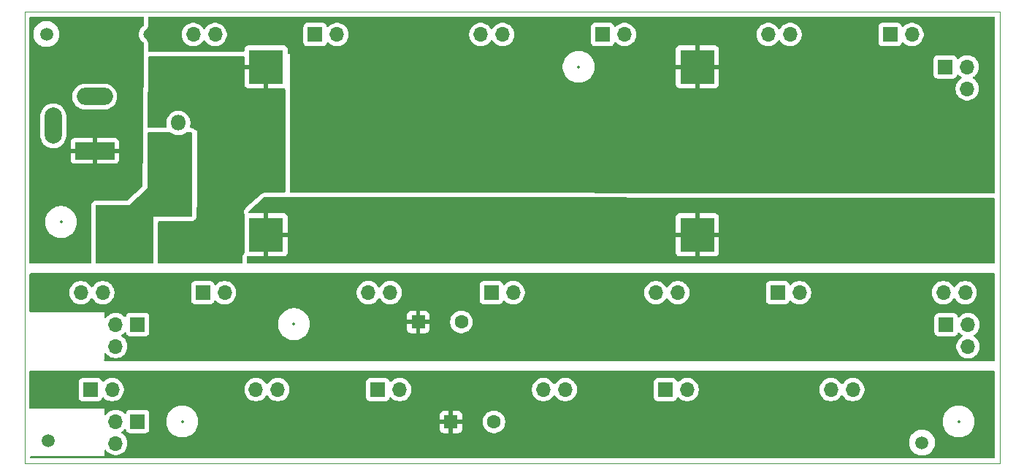
<source format=gbr>
G04 #@! TF.GenerationSoftware,KiCad,Pcbnew,9.0.0*
G04 #@! TF.CreationDate,2025-07-21T19:39:15+02:00*
G04 #@! TF.ProjectId,PowerPCB,506f7765-7250-4434-922e-6b696361645f,rev?*
G04 #@! TF.SameCoordinates,Original*
G04 #@! TF.FileFunction,Copper,L1,Top*
G04 #@! TF.FilePolarity,Positive*
%FSLAX46Y46*%
G04 Gerber Fmt 4.6, Leading zero omitted, Abs format (unit mm)*
G04 Created by KiCad (PCBNEW 9.0.0) date 2025-07-21 19:39:15*
%MOMM*%
%LPD*%
G01*
G04 APERTURE LIST*
G04 #@! TA.AperFunction,Profile*
%ADD10C,0.050000*%
G04 #@! TD*
%ADD11C,0.350000*%
%ADD12O,3.600000X1.000000*%
%ADD13O,3.200000X1.000000*%
%ADD14O,1.000000X3.200000*%
G04 #@! TA.AperFunction,SMDPad,CuDef*
%ADD15C,1.500000*%
G04 #@! TD*
G04 #@! TA.AperFunction,ComponentPad*
%ADD16R,1.700000X1.700000*%
G04 #@! TD*
G04 #@! TA.AperFunction,ComponentPad*
%ADD17O,1.700000X1.700000*%
G04 #@! TD*
G04 #@! TA.AperFunction,ComponentPad*
%ADD18R,1.600000X1.600000*%
G04 #@! TD*
G04 #@! TA.AperFunction,ComponentPad*
%ADD19C,1.600000*%
G04 #@! TD*
G04 #@! TA.AperFunction,ComponentPad*
%ADD20R,4.000000X4.000000*%
G04 #@! TD*
G04 #@! TA.AperFunction,ComponentPad*
%ADD21C,2.400000*%
G04 #@! TD*
G04 #@! TA.AperFunction,ComponentPad*
%ADD22R,4.600000X2.000000*%
G04 #@! TD*
G04 #@! TA.AperFunction,ComponentPad*
%ADD23O,4.200000X2.000000*%
G04 #@! TD*
G04 #@! TA.AperFunction,ComponentPad*
%ADD24O,2.000000X4.200000*%
G04 #@! TD*
G04 #@! TA.AperFunction,ComponentPad*
%ADD25R,1.800000X1.800000*%
G04 #@! TD*
G04 #@! TA.AperFunction,ComponentPad*
%ADD26O,1.800000X1.800000*%
G04 #@! TD*
G04 #@! TA.AperFunction,ComponentPad*
%ADD27C,1.710000*%
G04 #@! TD*
G04 #@! TA.AperFunction,ViaPad*
%ADD28C,1.200000*%
G04 #@! TD*
G04 APERTURE END LIST*
D10*
X170800000Y-83000000D02*
X57800000Y-83000000D01*
X57800000Y-30600000D01*
X170800000Y-30600000D01*
X170800000Y-83000000D01*
D11*
X108109000Y-33250000D03*
X110649000Y-33250000D03*
X113189000Y-33250000D03*
X82057800Y-74450000D03*
X84597800Y-74450000D03*
X87137800Y-74450000D03*
X103397349Y-66600000D03*
X108397349Y-66600000D03*
X107197349Y-78200000D03*
X112197349Y-78200000D03*
X164600000Y-66926000D03*
X167140000Y-69466000D03*
X167140000Y-66926000D03*
X164600000Y-69466000D03*
X128408200Y-63201000D03*
X130948200Y-63201000D03*
X133488200Y-63201000D03*
X166050000Y-78150000D03*
X85750000Y-37000000D03*
X85750000Y-56500000D03*
X135750000Y-56500000D03*
X135750000Y-37000000D03*
X65395400Y-74450000D03*
X67935400Y-74450000D03*
X70475400Y-74450000D03*
X115382600Y-74450000D03*
X117922600Y-74450000D03*
X120462600Y-74450000D03*
X61758600Y-63201000D03*
X64298600Y-63201000D03*
X66838600Y-63201000D03*
X74784200Y-33250000D03*
X77324200Y-33250000D03*
X79864200Y-33250000D03*
X68925000Y-57200000D03*
X76675000Y-57200000D03*
X68335000Y-69441000D03*
X70875000Y-66901000D03*
X68335000Y-66901000D03*
X70875000Y-69441000D03*
D12*
X65900000Y-46749000D03*
D13*
X65900000Y-40449000D03*
D14*
X61100000Y-43849000D03*
D11*
X62000000Y-55000000D03*
X98720200Y-74450000D03*
X101260200Y-74450000D03*
X103800200Y-74450000D03*
X95075000Y-63200000D03*
X97615000Y-63200000D03*
X100155000Y-63200000D03*
X78421000Y-63201000D03*
X80961000Y-63201000D03*
X83501000Y-63201000D03*
X75600000Y-46045000D03*
X75600000Y-43505000D03*
X141433800Y-33250000D03*
X143973800Y-33250000D03*
X146513800Y-33250000D03*
X124771400Y-33250000D03*
X127311400Y-33250000D03*
X129851400Y-33250000D03*
X68335000Y-80690000D03*
X70875000Y-78150000D03*
X68335000Y-78150000D03*
X70875000Y-80690000D03*
X164500000Y-37000000D03*
X167040000Y-39540000D03*
X167040000Y-37000000D03*
X164500000Y-39540000D03*
X158096200Y-33250000D03*
X160636200Y-33250000D03*
X163176200Y-33250000D03*
X161733000Y-63201000D03*
X164273000Y-63201000D03*
X166813000Y-63201000D03*
X76050000Y-78150000D03*
X145070600Y-63201000D03*
X147610600Y-63201000D03*
X150150600Y-63201000D03*
X89000000Y-66851000D03*
X111875000Y-63200000D03*
X114415000Y-63200000D03*
X116955000Y-63200000D03*
X148707400Y-74450000D03*
X151247400Y-74450000D03*
X153787400Y-74450000D03*
X122000000Y-37000000D03*
X69600000Y-50200000D03*
X74700000Y-51400000D03*
X132045000Y-74450000D03*
X134585000Y-74450000D03*
X137125000Y-74450000D03*
X91446600Y-33250000D03*
X93986600Y-33250000D03*
X96526600Y-33250000D03*
D15*
X60500000Y-80400000D03*
D16*
X108109000Y-33250000D03*
D17*
X110649000Y-33250000D03*
X113189000Y-33250000D03*
D16*
X82057800Y-74450000D03*
D17*
X84597800Y-74450000D03*
X87137800Y-74450000D03*
D15*
X60300000Y-33200000D03*
D18*
X103397349Y-66600000D03*
D19*
X108397349Y-66600000D03*
D15*
X161800000Y-80600000D03*
D18*
X107197349Y-78200000D03*
D19*
X112197349Y-78200000D03*
D16*
X164600000Y-66926000D03*
D17*
X167140000Y-69466000D03*
X167140000Y-66926000D03*
X164600000Y-69466000D03*
D16*
X128408200Y-63201000D03*
D17*
X130948200Y-63201000D03*
X133488200Y-63201000D03*
D20*
X85750000Y-37000000D03*
X85750000Y-56500000D03*
X135750000Y-56500000D03*
X135750000Y-37000000D03*
D16*
X65395400Y-74450000D03*
D17*
X67935400Y-74450000D03*
X70475400Y-74450000D03*
D16*
X115382600Y-74450000D03*
D17*
X117922600Y-74450000D03*
X120462600Y-74450000D03*
D16*
X61758600Y-63201000D03*
D17*
X64298600Y-63201000D03*
X66838600Y-63201000D03*
D16*
X74784200Y-33250000D03*
D17*
X77324200Y-33250000D03*
X79864200Y-33250000D03*
D21*
X68925000Y-57200000D03*
X76675000Y-57200000D03*
D17*
X68335000Y-69441000D03*
D16*
X70875000Y-66901000D03*
D17*
X68335000Y-66901000D03*
X70875000Y-69441000D03*
D22*
X65900000Y-46749000D03*
D23*
X65900000Y-40449000D03*
D24*
X61100000Y-43849000D03*
D16*
X98720200Y-74450000D03*
D17*
X101260200Y-74450000D03*
X103800200Y-74450000D03*
D16*
X95075000Y-63200000D03*
D17*
X97615000Y-63200000D03*
X100155000Y-63200000D03*
D16*
X78421000Y-63201000D03*
D17*
X80961000Y-63201000D03*
X83501000Y-63201000D03*
D25*
X75600000Y-46045000D03*
D26*
X75600000Y-43505000D03*
D16*
X141433800Y-33250000D03*
D17*
X143973800Y-33250000D03*
X146513800Y-33250000D03*
D16*
X124771400Y-33250000D03*
D17*
X127311400Y-33250000D03*
X129851400Y-33250000D03*
X68335000Y-80690000D03*
D16*
X70875000Y-78150000D03*
D17*
X68335000Y-78150000D03*
X70875000Y-80690000D03*
D16*
X164500000Y-37000000D03*
D17*
X167040000Y-39540000D03*
X167040000Y-37000000D03*
X164500000Y-39540000D03*
D16*
X158096200Y-33250000D03*
D17*
X160636200Y-33250000D03*
X163176200Y-33250000D03*
D16*
X161733000Y-63201000D03*
D17*
X164273000Y-63201000D03*
X166813000Y-63201000D03*
D16*
X145070600Y-63201000D03*
D17*
X147610600Y-63201000D03*
X150150600Y-63201000D03*
D16*
X111875000Y-63200000D03*
D17*
X114415000Y-63200000D03*
X116955000Y-63200000D03*
D16*
X148707400Y-74450000D03*
D17*
X151247400Y-74450000D03*
X153787400Y-74450000D03*
D27*
X69600000Y-50200000D03*
X74700000Y-51400000D03*
D16*
X132045000Y-74450000D03*
D17*
X134585000Y-74450000D03*
X137125000Y-74450000D03*
D16*
X91446600Y-33250000D03*
D17*
X93986600Y-33250000D03*
X96526600Y-33250000D03*
D28*
X71700000Y-53500000D03*
X167800000Y-33200000D03*
X122700000Y-63201000D03*
X100600000Y-66700000D03*
X104900000Y-78200000D03*
X143300000Y-74450000D03*
X112900000Y-74400000D03*
X79600000Y-74500000D03*
X59300000Y-63300000D03*
X89300000Y-63201000D03*
X156400000Y-63201000D03*
X136000000Y-33250000D03*
X103600000Y-33250000D03*
X72100000Y-33200000D03*
X140900000Y-39600000D03*
X80800000Y-38100000D03*
G04 #@! TA.AperFunction,Conductor*
G36*
X71538319Y-31170185D02*
G01*
X71584074Y-31222989D01*
X71595277Y-31275367D01*
X71589160Y-32150043D01*
X71569007Y-32216943D01*
X71526629Y-32255024D01*
X71527364Y-32256223D01*
X71523218Y-32258763D01*
X71447608Y-32313697D01*
X71383072Y-32360586D01*
X71383070Y-32360588D01*
X71383069Y-32360588D01*
X71260588Y-32483069D01*
X71260588Y-32483070D01*
X71260586Y-32483072D01*
X71216859Y-32543256D01*
X71158768Y-32623211D01*
X71080128Y-32777552D01*
X71080127Y-32777554D01*
X71080127Y-32777555D01*
X71053362Y-32859927D01*
X71026597Y-32942302D01*
X71004487Y-33081902D01*
X70999500Y-33113389D01*
X70999500Y-33286611D01*
X71026598Y-33457701D01*
X71080127Y-33622445D01*
X71158768Y-33776788D01*
X71260586Y-33916928D01*
X71383072Y-34039414D01*
X71523212Y-34141232D01*
X71523416Y-34141380D01*
X71566081Y-34196710D01*
X71574527Y-34242565D01*
X71501633Y-44666357D01*
X71500374Y-44683133D01*
X71494500Y-44723991D01*
X71494500Y-45686091D01*
X71494497Y-45686958D01*
X71458311Y-50861455D01*
X71438158Y-50928355D01*
X71416695Y-50953267D01*
X69718046Y-52463179D01*
X69654863Y-52493005D01*
X69635665Y-52494500D01*
X66124000Y-52494500D01*
X66123991Y-52494500D01*
X66123990Y-52494501D01*
X66016549Y-52506052D01*
X66016537Y-52506054D01*
X65965027Y-52517260D01*
X65862502Y-52551383D01*
X65862496Y-52551386D01*
X65741462Y-52629171D01*
X65741451Y-52629179D01*
X65688659Y-52674923D01*
X65594433Y-52783664D01*
X65594430Y-52783668D01*
X65534664Y-52914534D01*
X65514976Y-52981582D01*
X65494500Y-53124001D01*
X65494500Y-59725500D01*
X65474815Y-59792539D01*
X65422011Y-59838294D01*
X65370500Y-59849500D01*
X58474500Y-59849500D01*
X58407461Y-59829815D01*
X58361706Y-59777011D01*
X58350500Y-59725500D01*
X58350500Y-54878711D01*
X60149500Y-54878711D01*
X60149500Y-55121288D01*
X60181161Y-55361785D01*
X60243947Y-55596104D01*
X60336773Y-55820205D01*
X60336776Y-55820212D01*
X60458064Y-56030289D01*
X60458066Y-56030292D01*
X60458067Y-56030293D01*
X60605733Y-56222736D01*
X60605739Y-56222743D01*
X60777256Y-56394260D01*
X60777262Y-56394265D01*
X60969711Y-56541936D01*
X61179788Y-56663224D01*
X61403900Y-56756054D01*
X61638211Y-56818838D01*
X61818586Y-56842584D01*
X61878711Y-56850500D01*
X61878712Y-56850500D01*
X62121289Y-56850500D01*
X62169388Y-56844167D01*
X62361789Y-56818838D01*
X62596100Y-56756054D01*
X62820212Y-56663224D01*
X63030289Y-56541936D01*
X63222738Y-56394265D01*
X63394265Y-56222738D01*
X63541936Y-56030289D01*
X63663224Y-55820212D01*
X63756054Y-55596100D01*
X63818838Y-55361789D01*
X63850500Y-55121288D01*
X63850500Y-54878712D01*
X63818838Y-54638211D01*
X63756054Y-54403900D01*
X63663224Y-54179788D01*
X63541936Y-53969711D01*
X63394265Y-53777262D01*
X63394260Y-53777256D01*
X63222743Y-53605739D01*
X63222736Y-53605733D01*
X63030293Y-53458067D01*
X63030292Y-53458066D01*
X63030289Y-53458064D01*
X62820212Y-53336776D01*
X62820205Y-53336773D01*
X62596104Y-53243947D01*
X62361785Y-53181161D01*
X62121289Y-53149500D01*
X62121288Y-53149500D01*
X61878712Y-53149500D01*
X61878711Y-53149500D01*
X61638214Y-53181161D01*
X61403895Y-53243947D01*
X61179794Y-53336773D01*
X61179785Y-53336777D01*
X60969706Y-53458067D01*
X60777263Y-53605733D01*
X60777256Y-53605739D01*
X60605739Y-53777256D01*
X60605733Y-53777263D01*
X60458067Y-53969706D01*
X60336777Y-54179785D01*
X60336773Y-54179794D01*
X60243947Y-54403895D01*
X60181161Y-54638214D01*
X60149500Y-54878711D01*
X58350500Y-54878711D01*
X58350500Y-42630902D01*
X59599500Y-42630902D01*
X59599500Y-45067097D01*
X59636446Y-45300368D01*
X59709433Y-45524996D01*
X59768860Y-45641627D01*
X59816657Y-45735433D01*
X59955483Y-45926510D01*
X60122490Y-46093517D01*
X60313567Y-46232343D01*
X60412991Y-46283002D01*
X60524003Y-46339566D01*
X60524005Y-46339566D01*
X60524008Y-46339568D01*
X60644412Y-46378689D01*
X60748631Y-46412553D01*
X60981903Y-46449500D01*
X60981908Y-46449500D01*
X61218097Y-46449500D01*
X61451368Y-46412553D01*
X61675992Y-46339568D01*
X61886433Y-46232343D01*
X62077510Y-46093517D01*
X62244517Y-45926510D01*
X62383343Y-45735433D01*
X62400809Y-45701155D01*
X63100000Y-45701155D01*
X63100000Y-46499000D01*
X64166988Y-46499000D01*
X64134075Y-46556007D01*
X64100000Y-46683174D01*
X64100000Y-46814826D01*
X64134075Y-46941993D01*
X64166988Y-46999000D01*
X63100000Y-46999000D01*
X63100000Y-47796844D01*
X63106401Y-47856372D01*
X63106403Y-47856379D01*
X63156645Y-47991086D01*
X63156649Y-47991093D01*
X63242809Y-48106187D01*
X63242812Y-48106190D01*
X63357906Y-48192350D01*
X63357913Y-48192354D01*
X63492620Y-48242596D01*
X63492627Y-48242598D01*
X63552155Y-48248999D01*
X63552172Y-48249000D01*
X65650000Y-48249000D01*
X65650000Y-47249000D01*
X66150000Y-47249000D01*
X66150000Y-48249000D01*
X68247828Y-48249000D01*
X68247844Y-48248999D01*
X68307372Y-48242598D01*
X68307379Y-48242596D01*
X68442086Y-48192354D01*
X68442093Y-48192350D01*
X68557187Y-48106190D01*
X68557190Y-48106187D01*
X68643350Y-47991093D01*
X68643354Y-47991086D01*
X68693596Y-47856379D01*
X68693598Y-47856372D01*
X68699999Y-47796844D01*
X68700000Y-47796827D01*
X68700000Y-46999000D01*
X67633012Y-46999000D01*
X67665925Y-46941993D01*
X67700000Y-46814826D01*
X67700000Y-46683174D01*
X67665925Y-46556007D01*
X67633012Y-46499000D01*
X68700000Y-46499000D01*
X68700000Y-45701172D01*
X68699999Y-45701155D01*
X68693598Y-45641627D01*
X68693596Y-45641620D01*
X68643354Y-45506913D01*
X68643350Y-45506906D01*
X68557190Y-45391812D01*
X68557187Y-45391809D01*
X68442093Y-45305649D01*
X68442086Y-45305645D01*
X68307379Y-45255403D01*
X68307372Y-45255401D01*
X68247844Y-45249000D01*
X66150000Y-45249000D01*
X66150000Y-46249000D01*
X65650000Y-46249000D01*
X65650000Y-45249000D01*
X63552155Y-45249000D01*
X63492627Y-45255401D01*
X63492620Y-45255403D01*
X63357913Y-45305645D01*
X63357906Y-45305649D01*
X63242812Y-45391809D01*
X63242809Y-45391812D01*
X63156649Y-45506906D01*
X63156645Y-45506913D01*
X63106403Y-45641620D01*
X63106401Y-45641627D01*
X63100000Y-45701155D01*
X62400809Y-45701155D01*
X62490568Y-45524992D01*
X62563553Y-45300368D01*
X62571689Y-45249000D01*
X62600500Y-45067097D01*
X62600500Y-42630902D01*
X62563553Y-42397631D01*
X62490566Y-42173003D01*
X62383342Y-41962566D01*
X62373849Y-41949500D01*
X62244517Y-41771490D01*
X62077510Y-41604483D01*
X61886433Y-41465657D01*
X61809603Y-41426510D01*
X61675996Y-41358433D01*
X61451368Y-41285446D01*
X61218097Y-41248500D01*
X61218092Y-41248500D01*
X60981908Y-41248500D01*
X60981903Y-41248500D01*
X60748631Y-41285446D01*
X60524003Y-41358433D01*
X60313566Y-41465657D01*
X60204550Y-41544862D01*
X60122490Y-41604483D01*
X60122488Y-41604485D01*
X60122487Y-41604485D01*
X59955485Y-41771487D01*
X59955485Y-41771488D01*
X59955483Y-41771490D01*
X59906023Y-41839566D01*
X59816657Y-41962566D01*
X59709433Y-42173003D01*
X59636446Y-42397631D01*
X59599500Y-42630902D01*
X58350500Y-42630902D01*
X58350500Y-40330902D01*
X63299500Y-40330902D01*
X63299500Y-40567097D01*
X63336446Y-40800368D01*
X63409433Y-41024996D01*
X63516657Y-41235433D01*
X63655483Y-41426510D01*
X63822490Y-41593517D01*
X64013567Y-41732343D01*
X64112991Y-41783002D01*
X64224003Y-41839566D01*
X64224005Y-41839566D01*
X64224008Y-41839568D01*
X64344412Y-41878689D01*
X64448631Y-41912553D01*
X64681903Y-41949500D01*
X64681908Y-41949500D01*
X67118097Y-41949500D01*
X67351368Y-41912553D01*
X67575992Y-41839568D01*
X67786433Y-41732343D01*
X67977510Y-41593517D01*
X68144517Y-41426510D01*
X68283343Y-41235433D01*
X68390568Y-41024992D01*
X68463553Y-40800368D01*
X68500500Y-40567097D01*
X68500500Y-40330902D01*
X68463553Y-40097631D01*
X68390566Y-39873003D01*
X68283342Y-39662566D01*
X68144517Y-39471490D01*
X67977510Y-39304483D01*
X67786433Y-39165657D01*
X67575996Y-39058433D01*
X67351368Y-38985446D01*
X67118097Y-38948500D01*
X67118092Y-38948500D01*
X64681908Y-38948500D01*
X64681903Y-38948500D01*
X64448631Y-38985446D01*
X64224003Y-39058433D01*
X64013566Y-39165657D01*
X63904550Y-39244862D01*
X63822490Y-39304483D01*
X63822488Y-39304485D01*
X63822487Y-39304485D01*
X63655485Y-39471487D01*
X63655485Y-39471488D01*
X63655483Y-39471490D01*
X63595862Y-39553550D01*
X63516657Y-39662566D01*
X63409433Y-39873003D01*
X63336446Y-40097631D01*
X63299500Y-40330902D01*
X58350500Y-40330902D01*
X58350500Y-33081902D01*
X58799500Y-33081902D01*
X58799500Y-33318097D01*
X58836446Y-33551368D01*
X58909433Y-33775996D01*
X58981242Y-33916928D01*
X59016657Y-33986433D01*
X59155483Y-34177510D01*
X59322490Y-34344517D01*
X59513567Y-34483343D01*
X59612991Y-34534002D01*
X59724003Y-34590566D01*
X59724005Y-34590566D01*
X59724008Y-34590568D01*
X59844412Y-34629689D01*
X59948631Y-34663553D01*
X60181903Y-34700500D01*
X60181908Y-34700500D01*
X60418097Y-34700500D01*
X60651368Y-34663553D01*
X60875992Y-34590568D01*
X61086433Y-34483343D01*
X61277510Y-34344517D01*
X61444517Y-34177510D01*
X61583343Y-33986433D01*
X61690568Y-33775992D01*
X61763553Y-33551368D01*
X61800500Y-33318097D01*
X61800500Y-33081902D01*
X61763553Y-32848631D01*
X61690566Y-32624003D01*
X61634002Y-32512991D01*
X61583343Y-32413567D01*
X61444517Y-32222490D01*
X61277510Y-32055483D01*
X61086433Y-31916657D01*
X60875996Y-31809433D01*
X60651368Y-31736446D01*
X60418097Y-31699500D01*
X60418092Y-31699500D01*
X60181908Y-31699500D01*
X60181903Y-31699500D01*
X59948631Y-31736446D01*
X59724003Y-31809433D01*
X59513566Y-31916657D01*
X59404550Y-31995862D01*
X59322490Y-32055483D01*
X59322488Y-32055485D01*
X59322487Y-32055485D01*
X59155485Y-32222487D01*
X59155485Y-32222488D01*
X59155483Y-32222490D01*
X59095862Y-32304550D01*
X59016657Y-32413566D01*
X58909433Y-32624003D01*
X58836446Y-32848631D01*
X58799500Y-33081902D01*
X58350500Y-33081902D01*
X58350500Y-31274500D01*
X58370185Y-31207461D01*
X58422989Y-31161706D01*
X58474500Y-31150500D01*
X71471280Y-31150500D01*
X71538319Y-31170185D01*
G37*
G04 #@! TD.AperFunction*
G04 #@! TA.AperFunction,Conductor*
G36*
X83192717Y-35784520D02*
G01*
X83238635Y-35837183D01*
X83250000Y-35889042D01*
X83250000Y-36750000D01*
X85201518Y-36750000D01*
X85190889Y-36768409D01*
X85150000Y-36921009D01*
X85150000Y-37078991D01*
X85190889Y-37231591D01*
X85201518Y-37250000D01*
X83250000Y-37250000D01*
X83250000Y-39047844D01*
X83256401Y-39107372D01*
X83256403Y-39107379D01*
X83306645Y-39242086D01*
X83306649Y-39242093D01*
X83392809Y-39357187D01*
X83392812Y-39357190D01*
X83507906Y-39443350D01*
X83507913Y-39443354D01*
X83642620Y-39493596D01*
X83642627Y-39493598D01*
X83702155Y-39499999D01*
X83702172Y-39500000D01*
X85500000Y-39500000D01*
X85500000Y-37548482D01*
X85518409Y-37559111D01*
X85671009Y-37600000D01*
X85828991Y-37600000D01*
X85981591Y-37559111D01*
X86000000Y-37548482D01*
X86000000Y-39500000D01*
X87797828Y-39500000D01*
X87797839Y-39499999D01*
X87862742Y-39493020D01*
X87931502Y-39505424D01*
X87982640Y-39553033D01*
X88000000Y-39616309D01*
X88000000Y-51475418D01*
X87980315Y-51542457D01*
X87927511Y-51588212D01*
X87875847Y-51599418D01*
X85656225Y-51596678D01*
X85630329Y-51596647D01*
X85630328Y-51596647D01*
X85630321Y-51596647D01*
X85587589Y-51598404D01*
X85566695Y-51600151D01*
X85545468Y-51602835D01*
X85524247Y-51605518D01*
X85524245Y-51605518D01*
X85524242Y-51605519D01*
X85387262Y-51649531D01*
X85324465Y-51680152D01*
X85324463Y-51680153D01*
X85216556Y-51753418D01*
X85205426Y-51760976D01*
X85205425Y-51760977D01*
X83395916Y-53410825D01*
X83374560Y-53431478D01*
X83364413Y-53441884D01*
X83344298Y-53463764D01*
X83266512Y-53584804D01*
X83266501Y-53584822D01*
X83237743Y-53647796D01*
X83237490Y-53648345D01*
X83237484Y-53648362D01*
X83237484Y-53648364D01*
X83196950Y-53786417D01*
X83196950Y-53786418D01*
X83196950Y-53930293D01*
X83196951Y-53930297D01*
X83206895Y-53999455D01*
X83206896Y-53999460D01*
X83206897Y-53999463D01*
X83244977Y-54129151D01*
X83250000Y-54164086D01*
X83250000Y-54440826D01*
X83249572Y-54448798D01*
X83249678Y-54448804D01*
X83249500Y-54452128D01*
X83249500Y-58547869D01*
X83249666Y-58550945D01*
X83233601Y-58618942D01*
X83207048Y-58651299D01*
X83188656Y-58667235D01*
X83094433Y-58775973D01*
X83094430Y-58775977D01*
X83034664Y-58906843D01*
X83014976Y-58973891D01*
X82994500Y-59116310D01*
X82994500Y-59725500D01*
X82974815Y-59792539D01*
X82922011Y-59838294D01*
X82870500Y-59849500D01*
X73364561Y-59849500D01*
X73297522Y-59829815D01*
X73251767Y-59777011D01*
X73240561Y-59725500D01*
X73240561Y-55029446D01*
X73260246Y-54962407D01*
X73313050Y-54916652D01*
X73364561Y-54905446D01*
X77075988Y-54905521D01*
X77183450Y-54893969D01*
X77234963Y-54882763D01*
X77337504Y-54848634D01*
X77458543Y-54770846D01*
X77511347Y-54725091D01*
X77605567Y-54616357D01*
X77665338Y-54485480D01*
X77685023Y-54418441D01*
X77685024Y-54418437D01*
X77705500Y-54276021D01*
X77705500Y-53324000D01*
X77725185Y-53256961D01*
X77777989Y-53211206D01*
X77791796Y-53208202D01*
X77799998Y-53199999D01*
X77800000Y-53200000D01*
X77800000Y-44400000D01*
X77676158Y-44400000D01*
X77609119Y-44380315D01*
X77573669Y-44344865D01*
X77573482Y-44345006D01*
X77572507Y-44343704D01*
X77571844Y-44343041D01*
X77570831Y-44341466D01*
X77570829Y-44341463D01*
X77570825Y-44341457D01*
X77570820Y-44341451D01*
X77525076Y-44288659D01*
X77525072Y-44288656D01*
X77525070Y-44288653D01*
X77416336Y-44194433D01*
X77416333Y-44194431D01*
X77416331Y-44194430D01*
X77285465Y-44134664D01*
X77285460Y-44134662D01*
X77285459Y-44134662D01*
X77218420Y-44114977D01*
X77218422Y-44114977D01*
X77218417Y-44114976D01*
X77156354Y-44106053D01*
X77076000Y-44094500D01*
X77075998Y-44094500D01*
X77051705Y-44094500D01*
X76984666Y-44074815D01*
X76938911Y-44022011D01*
X76928967Y-43952853D01*
X76933774Y-43932183D01*
X76966014Y-43832954D01*
X76966013Y-43832954D01*
X76966015Y-43832951D01*
X77000500Y-43615222D01*
X77000500Y-43394778D01*
X76966015Y-43177049D01*
X76897895Y-42967394D01*
X76897895Y-42967393D01*
X76863237Y-42899375D01*
X76797815Y-42770978D01*
X76724948Y-42670684D01*
X76668247Y-42592641D01*
X76668243Y-42592636D01*
X76512363Y-42436756D01*
X76512358Y-42436752D01*
X76334025Y-42307187D01*
X76334024Y-42307186D01*
X76334022Y-42307185D01*
X76271096Y-42275122D01*
X76137606Y-42207104D01*
X76137603Y-42207103D01*
X75927952Y-42138985D01*
X75819086Y-42121742D01*
X75710222Y-42104500D01*
X75489778Y-42104500D01*
X75417201Y-42115995D01*
X75272047Y-42138985D01*
X75062396Y-42207103D01*
X75062393Y-42207104D01*
X74865974Y-42307187D01*
X74687641Y-42436752D01*
X74687636Y-42436756D01*
X74531756Y-42592636D01*
X74531752Y-42592641D01*
X74402187Y-42770974D01*
X74302104Y-42967393D01*
X74302103Y-42967396D01*
X74233985Y-43177047D01*
X74199500Y-43394778D01*
X74199500Y-43615221D01*
X74233985Y-43832954D01*
X74266226Y-43932183D01*
X74268221Y-44002024D01*
X74232140Y-44061856D01*
X74169439Y-44092684D01*
X74148295Y-44094500D01*
X72136014Y-44094500D01*
X72068975Y-44074815D01*
X72023220Y-44022011D01*
X72012017Y-43969633D01*
X72068295Y-35921919D01*
X72088448Y-35855022D01*
X72141571Y-35809637D01*
X72191907Y-35798790D01*
X83125621Y-35765044D01*
X83192717Y-35784520D01*
G37*
G04 #@! TD.AperFunction*
G04 #@! TA.AperFunction,Conductor*
G36*
X170192539Y-31170185D02*
G01*
X170238294Y-31222989D01*
X170249500Y-31274500D01*
X170249500Y-51576947D01*
X170229815Y-51643986D01*
X170177011Y-51689741D01*
X170125347Y-51700946D01*
X159635279Y-51687997D01*
X88629347Y-51600347D01*
X88562332Y-51580580D01*
X88516642Y-51527719D01*
X88505500Y-51476347D01*
X88505500Y-39616309D01*
X88505499Y-39616301D01*
X88501110Y-39583716D01*
X88500000Y-39567162D01*
X88500000Y-36878711D01*
X120149500Y-36878711D01*
X120149500Y-37121288D01*
X120181161Y-37361785D01*
X120243947Y-37596104D01*
X120336773Y-37820205D01*
X120336776Y-37820212D01*
X120458064Y-38030289D01*
X120458066Y-38030292D01*
X120458067Y-38030293D01*
X120605733Y-38222736D01*
X120605739Y-38222743D01*
X120777256Y-38394260D01*
X120777262Y-38394265D01*
X120969711Y-38541936D01*
X121179788Y-38663224D01*
X121403900Y-38756054D01*
X121638211Y-38818838D01*
X121818586Y-38842584D01*
X121878711Y-38850500D01*
X121878712Y-38850500D01*
X122121289Y-38850500D01*
X122169388Y-38844167D01*
X122361789Y-38818838D01*
X122596100Y-38756054D01*
X122820212Y-38663224D01*
X123030289Y-38541936D01*
X123222738Y-38394265D01*
X123394265Y-38222738D01*
X123541936Y-38030289D01*
X123663224Y-37820212D01*
X123756054Y-37596100D01*
X123818838Y-37361789D01*
X123850500Y-37121288D01*
X123850500Y-36878712D01*
X123818838Y-36638211D01*
X123756054Y-36403900D01*
X123663224Y-36179788D01*
X123541936Y-35969711D01*
X123481018Y-35890321D01*
X123394266Y-35777263D01*
X123394260Y-35777256D01*
X123222743Y-35605739D01*
X123222736Y-35605733D01*
X123030293Y-35458067D01*
X123030292Y-35458066D01*
X123030289Y-35458064D01*
X122820212Y-35336776D01*
X122742612Y-35304633D01*
X122596104Y-35243947D01*
X122361785Y-35181161D01*
X122121289Y-35149500D01*
X122121288Y-35149500D01*
X121878712Y-35149500D01*
X121878711Y-35149500D01*
X121638214Y-35181161D01*
X121403895Y-35243947D01*
X121179794Y-35336773D01*
X121179785Y-35336777D01*
X120969706Y-35458067D01*
X120777263Y-35605733D01*
X120777256Y-35605739D01*
X120605739Y-35777256D01*
X120605733Y-35777263D01*
X120458067Y-35969706D01*
X120336777Y-36179785D01*
X120336773Y-36179794D01*
X120243947Y-36403895D01*
X120181161Y-36638214D01*
X120149500Y-36878711D01*
X88500000Y-36878711D01*
X88500000Y-35549000D01*
X88374499Y-35549000D01*
X88307460Y-35529315D01*
X88261705Y-35476511D01*
X88250499Y-35425000D01*
X88250499Y-34952155D01*
X133250000Y-34952155D01*
X133250000Y-36750000D01*
X135201518Y-36750000D01*
X135190889Y-36768409D01*
X135150000Y-36921009D01*
X135150000Y-37078991D01*
X135190889Y-37231591D01*
X135201518Y-37250000D01*
X133250000Y-37250000D01*
X133250000Y-39047844D01*
X133256401Y-39107372D01*
X133256403Y-39107379D01*
X133306645Y-39242086D01*
X133306649Y-39242093D01*
X133392809Y-39357187D01*
X133392812Y-39357190D01*
X133507906Y-39443350D01*
X133507913Y-39443354D01*
X133642620Y-39493596D01*
X133642627Y-39493598D01*
X133702155Y-39499999D01*
X133702172Y-39500000D01*
X135500000Y-39500000D01*
X135500000Y-37548482D01*
X135518409Y-37559111D01*
X135671009Y-37600000D01*
X135828991Y-37600000D01*
X135981591Y-37559111D01*
X136000000Y-37548482D01*
X136000000Y-39500000D01*
X137797828Y-39500000D01*
X137797844Y-39499999D01*
X137857372Y-39493598D01*
X137857379Y-39493596D01*
X137992086Y-39443354D01*
X137992093Y-39443350D01*
X138107187Y-39357190D01*
X138107190Y-39357187D01*
X138193350Y-39242093D01*
X138193354Y-39242086D01*
X138243596Y-39107379D01*
X138243598Y-39107372D01*
X138249999Y-39047844D01*
X138250000Y-39047827D01*
X138250000Y-37250000D01*
X136298482Y-37250000D01*
X136309111Y-37231591D01*
X136350000Y-37078991D01*
X136350000Y-36921009D01*
X136309111Y-36768409D01*
X136298482Y-36750000D01*
X138250000Y-36750000D01*
X138250000Y-36102135D01*
X163149500Y-36102135D01*
X163149500Y-37897870D01*
X163149501Y-37897876D01*
X163155908Y-37957483D01*
X163206202Y-38092328D01*
X163206206Y-38092335D01*
X163292452Y-38207544D01*
X163292455Y-38207547D01*
X163407664Y-38293793D01*
X163407671Y-38293797D01*
X163542517Y-38344091D01*
X163542516Y-38344091D01*
X163549444Y-38344835D01*
X163602127Y-38350500D01*
X165397872Y-38350499D01*
X165457483Y-38344091D01*
X165592331Y-38293796D01*
X165707546Y-38207546D01*
X165793796Y-38092331D01*
X165842810Y-37960916D01*
X165884681Y-37904984D01*
X165950145Y-37880566D01*
X166018418Y-37895417D01*
X166046673Y-37916569D01*
X166160213Y-38030109D01*
X166332182Y-38155050D01*
X166340946Y-38159516D01*
X166391742Y-38207491D01*
X166408536Y-38275312D01*
X166385998Y-38341447D01*
X166340946Y-38380484D01*
X166332182Y-38384949D01*
X166160213Y-38509890D01*
X166009890Y-38660213D01*
X165884951Y-38832179D01*
X165788444Y-39021585D01*
X165722753Y-39223760D01*
X165701620Y-39357190D01*
X165689500Y-39433713D01*
X165689500Y-39646287D01*
X165722754Y-39856243D01*
X165745909Y-39927507D01*
X165788444Y-40058414D01*
X165884951Y-40247820D01*
X166009890Y-40419786D01*
X166160213Y-40570109D01*
X166332179Y-40695048D01*
X166332181Y-40695049D01*
X166332184Y-40695051D01*
X166521588Y-40791557D01*
X166723757Y-40857246D01*
X166933713Y-40890500D01*
X166933714Y-40890500D01*
X167146286Y-40890500D01*
X167146287Y-40890500D01*
X167356243Y-40857246D01*
X167558412Y-40791557D01*
X167747816Y-40695051D01*
X167769789Y-40679086D01*
X167919786Y-40570109D01*
X167919788Y-40570106D01*
X167919792Y-40570104D01*
X168070104Y-40419792D01*
X168070106Y-40419788D01*
X168070109Y-40419786D01*
X168195048Y-40247820D01*
X168195047Y-40247820D01*
X168195051Y-40247816D01*
X168291557Y-40058412D01*
X168357246Y-39856243D01*
X168390500Y-39646287D01*
X168390500Y-39433713D01*
X168357246Y-39223757D01*
X168291557Y-39021588D01*
X168195051Y-38832184D01*
X168195049Y-38832181D01*
X168195048Y-38832179D01*
X168070109Y-38660213D01*
X167919786Y-38509890D01*
X167747820Y-38384951D01*
X167747115Y-38384591D01*
X167739054Y-38380485D01*
X167688259Y-38332512D01*
X167671463Y-38264692D01*
X167693999Y-38198556D01*
X167739054Y-38159515D01*
X167747816Y-38155051D01*
X167834138Y-38092335D01*
X167919786Y-38030109D01*
X167919788Y-38030106D01*
X167919792Y-38030104D01*
X168070104Y-37879792D01*
X168070106Y-37879788D01*
X168070109Y-37879786D01*
X168195048Y-37707820D01*
X168195047Y-37707820D01*
X168195051Y-37707816D01*
X168291557Y-37518412D01*
X168357246Y-37316243D01*
X168390500Y-37106287D01*
X168390500Y-36893713D01*
X168357246Y-36683757D01*
X168291557Y-36481588D01*
X168195051Y-36292184D01*
X168195049Y-36292181D01*
X168195048Y-36292179D01*
X168070109Y-36120213D01*
X167919786Y-35969890D01*
X167747820Y-35844951D01*
X167558414Y-35748444D01*
X167558413Y-35748443D01*
X167558412Y-35748443D01*
X167356243Y-35682754D01*
X167356241Y-35682753D01*
X167356240Y-35682753D01*
X167194957Y-35657208D01*
X167146287Y-35649500D01*
X166933713Y-35649500D01*
X166885042Y-35657208D01*
X166723760Y-35682753D01*
X166521585Y-35748444D01*
X166332179Y-35844951D01*
X166160215Y-35969889D01*
X166046673Y-36083431D01*
X165985350Y-36116915D01*
X165915658Y-36111931D01*
X165859725Y-36070059D01*
X165842810Y-36039082D01*
X165793797Y-35907671D01*
X165793793Y-35907664D01*
X165707547Y-35792455D01*
X165707544Y-35792452D01*
X165592335Y-35706206D01*
X165592328Y-35706202D01*
X165457482Y-35655908D01*
X165457483Y-35655908D01*
X165397883Y-35649501D01*
X165397881Y-35649500D01*
X165397873Y-35649500D01*
X165397864Y-35649500D01*
X163602129Y-35649500D01*
X163602123Y-35649501D01*
X163542516Y-35655908D01*
X163407671Y-35706202D01*
X163407664Y-35706206D01*
X163292455Y-35792452D01*
X163292452Y-35792455D01*
X163206206Y-35907664D01*
X163206202Y-35907671D01*
X163155908Y-36042517D01*
X163149501Y-36102116D01*
X163149500Y-36102135D01*
X138250000Y-36102135D01*
X138250000Y-34952172D01*
X138249999Y-34952155D01*
X138243598Y-34892627D01*
X138243596Y-34892620D01*
X138193354Y-34757913D01*
X138193350Y-34757906D01*
X138107190Y-34642812D01*
X138107187Y-34642809D01*
X137992093Y-34556649D01*
X137992086Y-34556645D01*
X137857379Y-34506403D01*
X137857372Y-34506401D01*
X137797844Y-34500000D01*
X136000000Y-34500000D01*
X136000000Y-36451517D01*
X135981591Y-36440889D01*
X135828991Y-36400000D01*
X135671009Y-36400000D01*
X135518409Y-36440889D01*
X135500000Y-36451517D01*
X135500000Y-34500000D01*
X133702155Y-34500000D01*
X133642627Y-34506401D01*
X133642620Y-34506403D01*
X133507913Y-34556645D01*
X133507906Y-34556649D01*
X133392812Y-34642809D01*
X133392809Y-34642812D01*
X133306649Y-34757906D01*
X133306645Y-34757913D01*
X133256403Y-34892620D01*
X133256401Y-34892627D01*
X133250000Y-34952155D01*
X88250499Y-34952155D01*
X88250499Y-34952129D01*
X88250498Y-34952123D01*
X88250497Y-34952116D01*
X88244091Y-34892517D01*
X88193884Y-34757906D01*
X88193797Y-34757671D01*
X88193793Y-34757664D01*
X88107547Y-34642455D01*
X88107544Y-34642452D01*
X87992335Y-34556206D01*
X87992328Y-34556202D01*
X87857482Y-34505908D01*
X87857483Y-34505908D01*
X87797883Y-34499501D01*
X87797881Y-34499500D01*
X87797873Y-34499500D01*
X87797864Y-34499500D01*
X83702129Y-34499500D01*
X83702123Y-34499501D01*
X83642516Y-34505908D01*
X83507671Y-34556202D01*
X83507664Y-34556206D01*
X83392455Y-34642452D01*
X83392452Y-34642455D01*
X83306206Y-34757664D01*
X83306202Y-34757671D01*
X83255908Y-34892517D01*
X83249501Y-34952116D01*
X83249501Y-34952123D01*
X83249500Y-34952135D01*
X83249500Y-35135541D01*
X83229815Y-35202580D01*
X83177011Y-35248335D01*
X83125883Y-35259540D01*
X72197944Y-35293268D01*
X72130844Y-35273791D01*
X72084926Y-35221128D01*
X72073565Y-35168406D01*
X72080015Y-34246100D01*
X72071664Y-34150998D01*
X72071663Y-34150992D01*
X72063220Y-34105153D01*
X72063214Y-34105127D01*
X72037142Y-34013319D01*
X72037141Y-34013318D01*
X72037140Y-34013317D01*
X72037140Y-34013315D01*
X71966390Y-33888031D01*
X71923725Y-33832701D01*
X71923723Y-33832698D01*
X71836996Y-33748413D01*
X71836415Y-33747833D01*
X71820009Y-33717865D01*
X71803222Y-33688140D01*
X71803085Y-33686953D01*
X71802863Y-33686546D01*
X71802929Y-33685594D01*
X71800000Y-33660055D01*
X71800000Y-33143713D01*
X75973700Y-33143713D01*
X75973700Y-33356287D01*
X76006954Y-33566243D01*
X76065956Y-33747833D01*
X76072644Y-33768414D01*
X76169151Y-33957820D01*
X76294090Y-34129786D01*
X76444413Y-34280109D01*
X76616379Y-34405048D01*
X76616381Y-34405049D01*
X76616384Y-34405051D01*
X76805788Y-34501557D01*
X77007957Y-34567246D01*
X77217913Y-34600500D01*
X77217914Y-34600500D01*
X77430486Y-34600500D01*
X77430487Y-34600500D01*
X77640443Y-34567246D01*
X77842612Y-34501557D01*
X78032016Y-34405051D01*
X78118338Y-34342335D01*
X78203986Y-34280109D01*
X78203988Y-34280106D01*
X78203992Y-34280104D01*
X78354304Y-34129792D01*
X78354306Y-34129788D01*
X78354309Y-34129786D01*
X78479248Y-33957820D01*
X78479247Y-33957820D01*
X78479251Y-33957816D01*
X78483714Y-33949054D01*
X78531688Y-33898259D01*
X78599508Y-33881463D01*
X78665644Y-33903999D01*
X78704686Y-33949056D01*
X78709151Y-33957820D01*
X78834090Y-34129786D01*
X78984413Y-34280109D01*
X79156379Y-34405048D01*
X79156381Y-34405049D01*
X79156384Y-34405051D01*
X79345788Y-34501557D01*
X79547957Y-34567246D01*
X79757913Y-34600500D01*
X79757914Y-34600500D01*
X79970486Y-34600500D01*
X79970487Y-34600500D01*
X80180443Y-34567246D01*
X80382612Y-34501557D01*
X80572016Y-34405051D01*
X80658338Y-34342335D01*
X80743986Y-34280109D01*
X80743988Y-34280106D01*
X80743992Y-34280104D01*
X80894304Y-34129792D01*
X80894306Y-34129788D01*
X80894309Y-34129786D01*
X81019248Y-33957820D01*
X81019247Y-33957820D01*
X81019251Y-33957816D01*
X81115757Y-33768412D01*
X81181446Y-33566243D01*
X81214700Y-33356287D01*
X81214700Y-33143713D01*
X81181446Y-32933757D01*
X81115757Y-32731588D01*
X81019251Y-32542184D01*
X80945781Y-32441060D01*
X80931711Y-32421694D01*
X80931708Y-32421691D01*
X80894307Y-32370213D01*
X80894304Y-32370208D01*
X80876231Y-32352135D01*
X90096100Y-32352135D01*
X90096100Y-34147870D01*
X90096101Y-34147876D01*
X90102508Y-34207483D01*
X90152802Y-34342328D01*
X90152806Y-34342335D01*
X90239052Y-34457544D01*
X90239055Y-34457547D01*
X90354264Y-34543793D01*
X90354271Y-34543797D01*
X90489117Y-34594091D01*
X90489116Y-34594091D01*
X90496044Y-34594835D01*
X90548727Y-34600500D01*
X92344472Y-34600499D01*
X92404083Y-34594091D01*
X92538931Y-34543796D01*
X92654146Y-34457546D01*
X92740396Y-34342331D01*
X92789410Y-34210916D01*
X92831281Y-34154984D01*
X92896745Y-34130566D01*
X92965018Y-34145417D01*
X92993273Y-34166569D01*
X93106813Y-34280109D01*
X93278779Y-34405048D01*
X93278781Y-34405049D01*
X93278784Y-34405051D01*
X93468188Y-34501557D01*
X93670357Y-34567246D01*
X93880313Y-34600500D01*
X93880314Y-34600500D01*
X94092886Y-34600500D01*
X94092887Y-34600500D01*
X94302843Y-34567246D01*
X94505012Y-34501557D01*
X94694416Y-34405051D01*
X94780738Y-34342335D01*
X94866386Y-34280109D01*
X94866388Y-34280106D01*
X94866392Y-34280104D01*
X95016704Y-34129792D01*
X95016706Y-34129788D01*
X95016709Y-34129786D01*
X95141648Y-33957820D01*
X95141647Y-33957820D01*
X95141651Y-33957816D01*
X95238157Y-33768412D01*
X95303846Y-33566243D01*
X95337100Y-33356287D01*
X95337100Y-33143713D01*
X109298500Y-33143713D01*
X109298500Y-33356287D01*
X109331754Y-33566243D01*
X109390756Y-33747833D01*
X109397444Y-33768414D01*
X109493951Y-33957820D01*
X109618890Y-34129786D01*
X109769213Y-34280109D01*
X109941179Y-34405048D01*
X109941181Y-34405049D01*
X109941184Y-34405051D01*
X110130588Y-34501557D01*
X110332757Y-34567246D01*
X110542713Y-34600500D01*
X110542714Y-34600500D01*
X110755286Y-34600500D01*
X110755287Y-34600500D01*
X110965243Y-34567246D01*
X111167412Y-34501557D01*
X111356816Y-34405051D01*
X111443138Y-34342335D01*
X111528786Y-34280109D01*
X111528788Y-34280106D01*
X111528792Y-34280104D01*
X111679104Y-34129792D01*
X111679106Y-34129788D01*
X111679109Y-34129786D01*
X111804048Y-33957820D01*
X111804047Y-33957820D01*
X111804051Y-33957816D01*
X111808514Y-33949054D01*
X111856488Y-33898259D01*
X111924308Y-33881463D01*
X111990444Y-33903999D01*
X112029486Y-33949056D01*
X112033951Y-33957820D01*
X112158890Y-34129786D01*
X112309213Y-34280109D01*
X112481179Y-34405048D01*
X112481181Y-34405049D01*
X112481184Y-34405051D01*
X112670588Y-34501557D01*
X112872757Y-34567246D01*
X113082713Y-34600500D01*
X113082714Y-34600500D01*
X113295286Y-34600500D01*
X113295287Y-34600500D01*
X113505243Y-34567246D01*
X113707412Y-34501557D01*
X113896816Y-34405051D01*
X113983138Y-34342335D01*
X114068786Y-34280109D01*
X114068788Y-34280106D01*
X114068792Y-34280104D01*
X114219104Y-34129792D01*
X114219106Y-34129788D01*
X114219109Y-34129786D01*
X114344048Y-33957820D01*
X114344047Y-33957820D01*
X114344051Y-33957816D01*
X114440557Y-33768412D01*
X114506246Y-33566243D01*
X114539500Y-33356287D01*
X114539500Y-33143713D01*
X114506246Y-32933757D01*
X114440557Y-32731588D01*
X114344051Y-32542184D01*
X114270581Y-32441060D01*
X114256511Y-32421694D01*
X114256508Y-32421691D01*
X114219107Y-32370213D01*
X114219104Y-32370208D01*
X114201031Y-32352135D01*
X123420900Y-32352135D01*
X123420900Y-34147870D01*
X123420901Y-34147876D01*
X123427308Y-34207483D01*
X123477602Y-34342328D01*
X123477606Y-34342335D01*
X123563852Y-34457544D01*
X123563855Y-34457547D01*
X123679064Y-34543793D01*
X123679071Y-34543797D01*
X123813917Y-34594091D01*
X123813916Y-34594091D01*
X123820844Y-34594835D01*
X123873527Y-34600500D01*
X125669272Y-34600499D01*
X125728883Y-34594091D01*
X125863731Y-34543796D01*
X125978946Y-34457546D01*
X126065196Y-34342331D01*
X126114210Y-34210916D01*
X126156081Y-34154984D01*
X126221545Y-34130566D01*
X126289818Y-34145417D01*
X126318073Y-34166569D01*
X126431613Y-34280109D01*
X126603579Y-34405048D01*
X126603581Y-34405049D01*
X126603584Y-34405051D01*
X126792988Y-34501557D01*
X126995157Y-34567246D01*
X127205113Y-34600500D01*
X127205114Y-34600500D01*
X127417686Y-34600500D01*
X127417687Y-34600500D01*
X127627643Y-34567246D01*
X127829812Y-34501557D01*
X128019216Y-34405051D01*
X128105538Y-34342335D01*
X128191186Y-34280109D01*
X128191188Y-34280106D01*
X128191192Y-34280104D01*
X128341504Y-34129792D01*
X128341506Y-34129788D01*
X128341509Y-34129786D01*
X128466448Y-33957820D01*
X128466447Y-33957820D01*
X128466451Y-33957816D01*
X128562957Y-33768412D01*
X128628646Y-33566243D01*
X128661900Y-33356287D01*
X128661900Y-33143713D01*
X142623300Y-33143713D01*
X142623300Y-33356287D01*
X142656554Y-33566243D01*
X142715556Y-33747833D01*
X142722244Y-33768414D01*
X142818751Y-33957820D01*
X142943690Y-34129786D01*
X143094013Y-34280109D01*
X143265979Y-34405048D01*
X143265981Y-34405049D01*
X143265984Y-34405051D01*
X143455388Y-34501557D01*
X143657557Y-34567246D01*
X143867513Y-34600500D01*
X143867514Y-34600500D01*
X144080086Y-34600500D01*
X144080087Y-34600500D01*
X144290043Y-34567246D01*
X144492212Y-34501557D01*
X144681616Y-34405051D01*
X144767938Y-34342335D01*
X144853586Y-34280109D01*
X144853588Y-34280106D01*
X144853592Y-34280104D01*
X145003904Y-34129792D01*
X145003906Y-34129788D01*
X145003909Y-34129786D01*
X145128848Y-33957820D01*
X145128847Y-33957820D01*
X145128851Y-33957816D01*
X145133314Y-33949054D01*
X145181288Y-33898259D01*
X145249108Y-33881463D01*
X145315244Y-33903999D01*
X145354286Y-33949056D01*
X145358751Y-33957820D01*
X145483690Y-34129786D01*
X145634013Y-34280109D01*
X145805979Y-34405048D01*
X145805981Y-34405049D01*
X145805984Y-34405051D01*
X145995388Y-34501557D01*
X146197557Y-34567246D01*
X146407513Y-34600500D01*
X146407514Y-34600500D01*
X146620086Y-34600500D01*
X146620087Y-34600500D01*
X146830043Y-34567246D01*
X147032212Y-34501557D01*
X147221616Y-34405051D01*
X147307938Y-34342335D01*
X147393586Y-34280109D01*
X147393588Y-34280106D01*
X147393592Y-34280104D01*
X147543904Y-34129792D01*
X147543906Y-34129788D01*
X147543909Y-34129786D01*
X147668848Y-33957820D01*
X147668847Y-33957820D01*
X147668851Y-33957816D01*
X147765357Y-33768412D01*
X147831046Y-33566243D01*
X147864300Y-33356287D01*
X147864300Y-33143713D01*
X147831046Y-32933757D01*
X147765357Y-32731588D01*
X147668851Y-32542184D01*
X147595381Y-32441060D01*
X147581311Y-32421694D01*
X147581308Y-32421691D01*
X147543907Y-32370213D01*
X147543904Y-32370208D01*
X147525831Y-32352135D01*
X156745700Y-32352135D01*
X156745700Y-34147870D01*
X156745701Y-34147876D01*
X156752108Y-34207483D01*
X156802402Y-34342328D01*
X156802406Y-34342335D01*
X156888652Y-34457544D01*
X156888655Y-34457547D01*
X157003864Y-34543793D01*
X157003871Y-34543797D01*
X157138717Y-34594091D01*
X157138716Y-34594091D01*
X157145644Y-34594835D01*
X157198327Y-34600500D01*
X158994072Y-34600499D01*
X159053683Y-34594091D01*
X159188531Y-34543796D01*
X159303746Y-34457546D01*
X159389996Y-34342331D01*
X159439010Y-34210916D01*
X159480881Y-34154984D01*
X159546345Y-34130566D01*
X159614618Y-34145417D01*
X159642873Y-34166569D01*
X159756413Y-34280109D01*
X159928379Y-34405048D01*
X159928381Y-34405049D01*
X159928384Y-34405051D01*
X160117788Y-34501557D01*
X160319957Y-34567246D01*
X160529913Y-34600500D01*
X160529914Y-34600500D01*
X160742486Y-34600500D01*
X160742487Y-34600500D01*
X160952443Y-34567246D01*
X161154612Y-34501557D01*
X161344016Y-34405051D01*
X161430338Y-34342335D01*
X161515986Y-34280109D01*
X161515988Y-34280106D01*
X161515992Y-34280104D01*
X161666304Y-34129792D01*
X161666306Y-34129788D01*
X161666309Y-34129786D01*
X161791248Y-33957820D01*
X161791247Y-33957820D01*
X161791251Y-33957816D01*
X161887757Y-33768412D01*
X161953446Y-33566243D01*
X161986700Y-33356287D01*
X161986700Y-33143713D01*
X161953446Y-32933757D01*
X161887757Y-32731588D01*
X161791251Y-32542184D01*
X161791249Y-32542181D01*
X161791248Y-32542179D01*
X161666309Y-32370213D01*
X161515986Y-32219890D01*
X161344020Y-32094951D01*
X161154614Y-31998444D01*
X161154613Y-31998443D01*
X161154612Y-31998443D01*
X160952443Y-31932754D01*
X160952441Y-31932753D01*
X160952440Y-31932753D01*
X160791157Y-31907208D01*
X160742487Y-31899500D01*
X160529913Y-31899500D01*
X160481242Y-31907208D01*
X160319960Y-31932753D01*
X160117785Y-31998444D01*
X159928379Y-32094951D01*
X159756415Y-32219889D01*
X159642873Y-32333431D01*
X159581550Y-32366915D01*
X159511858Y-32361931D01*
X159455925Y-32320059D01*
X159439010Y-32289082D01*
X159389997Y-32157671D01*
X159389993Y-32157664D01*
X159303747Y-32042455D01*
X159303744Y-32042452D01*
X159188535Y-31956206D01*
X159188528Y-31956202D01*
X159053682Y-31905908D01*
X159053683Y-31905908D01*
X158994083Y-31899501D01*
X158994081Y-31899500D01*
X158994073Y-31899500D01*
X158994064Y-31899500D01*
X157198329Y-31899500D01*
X157198323Y-31899501D01*
X157138716Y-31905908D01*
X157003871Y-31956202D01*
X157003864Y-31956206D01*
X156888655Y-32042452D01*
X156888652Y-32042455D01*
X156802406Y-32157664D01*
X156802402Y-32157671D01*
X156752108Y-32292517D01*
X156745701Y-32352116D01*
X156745700Y-32352135D01*
X147525831Y-32352135D01*
X147393592Y-32219896D01*
X147393586Y-32219890D01*
X147221620Y-32094951D01*
X147032214Y-31998444D01*
X147032213Y-31998443D01*
X147032212Y-31998443D01*
X146830043Y-31932754D01*
X146830041Y-31932753D01*
X146830040Y-31932753D01*
X146668757Y-31907208D01*
X146620087Y-31899500D01*
X146407513Y-31899500D01*
X146358842Y-31907208D01*
X146197560Y-31932753D01*
X145995385Y-31998444D01*
X145805979Y-32094951D01*
X145634013Y-32219890D01*
X145483690Y-32370213D01*
X145358749Y-32542182D01*
X145354284Y-32550946D01*
X145306309Y-32601742D01*
X145238488Y-32618536D01*
X145172353Y-32595998D01*
X145133316Y-32550946D01*
X145128850Y-32542182D01*
X145003909Y-32370213D01*
X144853586Y-32219890D01*
X144681620Y-32094951D01*
X144492214Y-31998444D01*
X144492213Y-31998443D01*
X144492212Y-31998443D01*
X144290043Y-31932754D01*
X144290041Y-31932753D01*
X144290040Y-31932753D01*
X144128757Y-31907208D01*
X144080087Y-31899500D01*
X143867513Y-31899500D01*
X143818842Y-31907208D01*
X143657560Y-31932753D01*
X143455385Y-31998444D01*
X143265979Y-32094951D01*
X143094013Y-32219890D01*
X142943690Y-32370213D01*
X142818751Y-32542179D01*
X142722244Y-32731585D01*
X142656553Y-32933760D01*
X142651289Y-32966997D01*
X142623300Y-33143713D01*
X128661900Y-33143713D01*
X128628646Y-32933757D01*
X128562957Y-32731588D01*
X128466451Y-32542184D01*
X128466449Y-32542181D01*
X128466448Y-32542179D01*
X128341509Y-32370213D01*
X128191186Y-32219890D01*
X128019220Y-32094951D01*
X127829814Y-31998444D01*
X127829813Y-31998443D01*
X127829812Y-31998443D01*
X127627643Y-31932754D01*
X127627641Y-31932753D01*
X127627640Y-31932753D01*
X127466357Y-31907208D01*
X127417687Y-31899500D01*
X127205113Y-31899500D01*
X127156442Y-31907208D01*
X126995160Y-31932753D01*
X126792985Y-31998444D01*
X126603579Y-32094951D01*
X126431615Y-32219889D01*
X126318073Y-32333431D01*
X126256750Y-32366915D01*
X126187058Y-32361931D01*
X126131125Y-32320059D01*
X126114210Y-32289082D01*
X126065197Y-32157671D01*
X126065193Y-32157664D01*
X125978947Y-32042455D01*
X125978944Y-32042452D01*
X125863735Y-31956206D01*
X125863728Y-31956202D01*
X125728882Y-31905908D01*
X125728883Y-31905908D01*
X125669283Y-31899501D01*
X125669281Y-31899500D01*
X125669273Y-31899500D01*
X125669264Y-31899500D01*
X123873529Y-31899500D01*
X123873523Y-31899501D01*
X123813916Y-31905908D01*
X123679071Y-31956202D01*
X123679064Y-31956206D01*
X123563855Y-32042452D01*
X123563852Y-32042455D01*
X123477606Y-32157664D01*
X123477602Y-32157671D01*
X123427308Y-32292517D01*
X123420901Y-32352116D01*
X123420900Y-32352135D01*
X114201031Y-32352135D01*
X114068792Y-32219896D01*
X114068786Y-32219890D01*
X113896820Y-32094951D01*
X113707414Y-31998444D01*
X113707413Y-31998443D01*
X113707412Y-31998443D01*
X113505243Y-31932754D01*
X113505241Y-31932753D01*
X113505240Y-31932753D01*
X113343957Y-31907208D01*
X113295287Y-31899500D01*
X113082713Y-31899500D01*
X113034042Y-31907208D01*
X112872760Y-31932753D01*
X112670585Y-31998444D01*
X112481179Y-32094951D01*
X112309213Y-32219890D01*
X112158890Y-32370213D01*
X112033949Y-32542182D01*
X112029484Y-32550946D01*
X111981509Y-32601742D01*
X111913688Y-32618536D01*
X111847553Y-32595998D01*
X111808516Y-32550946D01*
X111804050Y-32542182D01*
X111679109Y-32370213D01*
X111528786Y-32219890D01*
X111356820Y-32094951D01*
X111167414Y-31998444D01*
X111167413Y-31998443D01*
X111167412Y-31998443D01*
X110965243Y-31932754D01*
X110965241Y-31932753D01*
X110965240Y-31932753D01*
X110803957Y-31907208D01*
X110755287Y-31899500D01*
X110542713Y-31899500D01*
X110494042Y-31907208D01*
X110332760Y-31932753D01*
X110130585Y-31998444D01*
X109941179Y-32094951D01*
X109769213Y-32219890D01*
X109618890Y-32370213D01*
X109493951Y-32542179D01*
X109397444Y-32731585D01*
X109331753Y-32933760D01*
X109326489Y-32966997D01*
X109298500Y-33143713D01*
X95337100Y-33143713D01*
X95303846Y-32933757D01*
X95238157Y-32731588D01*
X95141651Y-32542184D01*
X95141649Y-32542181D01*
X95141648Y-32542179D01*
X95016709Y-32370213D01*
X94866386Y-32219890D01*
X94694420Y-32094951D01*
X94505014Y-31998444D01*
X94505013Y-31998443D01*
X94505012Y-31998443D01*
X94302843Y-31932754D01*
X94302841Y-31932753D01*
X94302840Y-31932753D01*
X94141557Y-31907208D01*
X94092887Y-31899500D01*
X93880313Y-31899500D01*
X93831642Y-31907208D01*
X93670360Y-31932753D01*
X93468185Y-31998444D01*
X93278779Y-32094951D01*
X93106815Y-32219889D01*
X92993273Y-32333431D01*
X92931950Y-32366915D01*
X92862258Y-32361931D01*
X92806325Y-32320059D01*
X92789410Y-32289082D01*
X92740397Y-32157671D01*
X92740393Y-32157664D01*
X92654147Y-32042455D01*
X92654144Y-32042452D01*
X92538935Y-31956206D01*
X92538928Y-31956202D01*
X92404082Y-31905908D01*
X92404083Y-31905908D01*
X92344483Y-31899501D01*
X92344481Y-31899500D01*
X92344473Y-31899500D01*
X92344464Y-31899500D01*
X90548729Y-31899500D01*
X90548723Y-31899501D01*
X90489116Y-31905908D01*
X90354271Y-31956202D01*
X90354264Y-31956206D01*
X90239055Y-32042452D01*
X90239052Y-32042455D01*
X90152806Y-32157664D01*
X90152802Y-32157671D01*
X90102508Y-32292517D01*
X90096101Y-32352116D01*
X90096100Y-32352135D01*
X80876231Y-32352135D01*
X80743992Y-32219896D01*
X80743986Y-32219890D01*
X80572020Y-32094951D01*
X80382614Y-31998444D01*
X80382613Y-31998443D01*
X80382612Y-31998443D01*
X80180443Y-31932754D01*
X80180441Y-31932753D01*
X80180440Y-31932753D01*
X80019157Y-31907208D01*
X79970487Y-31899500D01*
X79757913Y-31899500D01*
X79709242Y-31907208D01*
X79547960Y-31932753D01*
X79345785Y-31998444D01*
X79156379Y-32094951D01*
X78984413Y-32219890D01*
X78834090Y-32370213D01*
X78709149Y-32542182D01*
X78704684Y-32550946D01*
X78656709Y-32601742D01*
X78588888Y-32618536D01*
X78522753Y-32595998D01*
X78483716Y-32550946D01*
X78479250Y-32542182D01*
X78354309Y-32370213D01*
X78203986Y-32219890D01*
X78032020Y-32094951D01*
X77842614Y-31998444D01*
X77842613Y-31998443D01*
X77842612Y-31998443D01*
X77640443Y-31932754D01*
X77640441Y-31932753D01*
X77640440Y-31932753D01*
X77479157Y-31907208D01*
X77430487Y-31899500D01*
X77217913Y-31899500D01*
X77169242Y-31907208D01*
X77007960Y-31932753D01*
X76805785Y-31998444D01*
X76616379Y-32094951D01*
X76444413Y-32219890D01*
X76294090Y-32370213D01*
X76169151Y-32542179D01*
X76072644Y-32731585D01*
X76006953Y-32933760D01*
X76001689Y-32966997D01*
X75973700Y-33143713D01*
X71800000Y-33143713D01*
X71800000Y-32745683D01*
X71809477Y-32713405D01*
X71818259Y-32680916D01*
X71819371Y-32679712D01*
X71819685Y-32678644D01*
X71840789Y-32653749D01*
X71850061Y-32645356D01*
X71850191Y-32645212D01*
X71850197Y-32645208D01*
X71852343Y-32642835D01*
X71861420Y-32633787D01*
X71864499Y-32631019D01*
X71864500Y-32631020D01*
X71906878Y-32592939D01*
X71992339Y-32493205D01*
X72053023Y-32362748D01*
X72073176Y-32295848D01*
X72073176Y-32295847D01*
X72094648Y-32153578D01*
X72100765Y-31278902D01*
X72100789Y-31275527D01*
X72102013Y-31275535D01*
X72117316Y-31212487D01*
X72167889Y-31164278D01*
X72224696Y-31150500D01*
X170125500Y-31150500D01*
X170192539Y-31170185D01*
G37*
G04 #@! TD.AperFunction*
G04 #@! TA.AperFunction,Conductor*
G36*
X170192539Y-60970185D02*
G01*
X170238294Y-61022989D01*
X170249500Y-61074500D01*
X170249500Y-71025500D01*
X170229815Y-71092539D01*
X170177011Y-71138294D01*
X170125500Y-71149500D01*
X67100862Y-71149500D01*
X67033823Y-71129815D01*
X66988068Y-71077011D01*
X66978124Y-71007853D01*
X67000000Y-70959951D01*
X67000000Y-70282771D01*
X67019685Y-70215732D01*
X67072489Y-70169977D01*
X67141647Y-70160033D01*
X67205203Y-70189058D01*
X67224319Y-70209886D01*
X67304896Y-70320792D01*
X67455213Y-70471109D01*
X67627179Y-70596048D01*
X67627181Y-70596049D01*
X67627184Y-70596051D01*
X67816588Y-70692557D01*
X68018757Y-70758246D01*
X68228713Y-70791500D01*
X68228714Y-70791500D01*
X68441286Y-70791500D01*
X68441287Y-70791500D01*
X68651243Y-70758246D01*
X68853412Y-70692557D01*
X69042816Y-70596051D01*
X69064789Y-70580086D01*
X69214786Y-70471109D01*
X69214788Y-70471106D01*
X69214792Y-70471104D01*
X69365104Y-70320792D01*
X69365106Y-70320788D01*
X69365109Y-70320786D01*
X69490048Y-70148820D01*
X69490047Y-70148820D01*
X69490051Y-70148816D01*
X69586557Y-69959412D01*
X69652246Y-69757243D01*
X69685500Y-69547287D01*
X69685500Y-69334713D01*
X69652246Y-69124757D01*
X69586557Y-68922588D01*
X69490051Y-68733184D01*
X69490049Y-68733181D01*
X69490048Y-68733179D01*
X69365109Y-68561213D01*
X69214786Y-68410890D01*
X69042820Y-68285951D01*
X69042115Y-68285591D01*
X69034054Y-68281485D01*
X68983259Y-68233512D01*
X68966463Y-68165692D01*
X68988999Y-68099556D01*
X69034054Y-68060515D01*
X69042816Y-68056051D01*
X69129147Y-67993328D01*
X69214784Y-67931110D01*
X69214784Y-67931109D01*
X69214792Y-67931104D01*
X69328329Y-67817566D01*
X69389648Y-67784084D01*
X69459340Y-67789068D01*
X69515274Y-67830939D01*
X69532189Y-67861917D01*
X69581202Y-67993328D01*
X69581206Y-67993335D01*
X69667452Y-68108544D01*
X69667455Y-68108547D01*
X69782664Y-68194793D01*
X69782671Y-68194797D01*
X69917517Y-68245091D01*
X69917516Y-68245091D01*
X69924444Y-68245835D01*
X69977127Y-68251500D01*
X71772872Y-68251499D01*
X71832483Y-68245091D01*
X71967331Y-68194796D01*
X72082546Y-68108546D01*
X72168796Y-67993331D01*
X72219091Y-67858483D01*
X72225500Y-67798873D01*
X72225499Y-66729712D01*
X87149500Y-66729712D01*
X87149500Y-66972288D01*
X87181162Y-67212789D01*
X87212554Y-67329944D01*
X87243947Y-67447104D01*
X87336773Y-67671205D01*
X87336777Y-67671214D01*
X87358974Y-67709661D01*
X87458064Y-67881289D01*
X87458066Y-67881292D01*
X87458067Y-67881293D01*
X87605733Y-68073736D01*
X87605739Y-68073743D01*
X87777256Y-68245260D01*
X87777263Y-68245266D01*
X87830285Y-68285951D01*
X87969711Y-68392936D01*
X88179788Y-68514224D01*
X88403900Y-68607054D01*
X88638211Y-68669838D01*
X88818586Y-68693584D01*
X88878711Y-68701500D01*
X88878712Y-68701500D01*
X89121289Y-68701500D01*
X89169388Y-68695167D01*
X89361789Y-68669838D01*
X89596100Y-68607054D01*
X89820212Y-68514224D01*
X90030289Y-68392936D01*
X90222738Y-68245265D01*
X90394265Y-68073738D01*
X90541936Y-67881289D01*
X90663224Y-67671212D01*
X90756054Y-67447100D01*
X90818838Y-67212789D01*
X90850500Y-66972288D01*
X90850500Y-66729712D01*
X90818838Y-66489211D01*
X90756054Y-66254900D01*
X90663224Y-66030788D01*
X90541936Y-65820711D01*
X90532697Y-65808671D01*
X90489331Y-65752155D01*
X102097349Y-65752155D01*
X102097349Y-66350000D01*
X103081663Y-66350000D01*
X103077269Y-66354394D01*
X103024608Y-66445606D01*
X102997349Y-66547339D01*
X102997349Y-66652661D01*
X103024608Y-66754394D01*
X103077269Y-66845606D01*
X103081663Y-66850000D01*
X102097349Y-66850000D01*
X102097349Y-67447844D01*
X102103750Y-67507372D01*
X102103752Y-67507379D01*
X102153994Y-67642086D01*
X102153998Y-67642093D01*
X102240158Y-67757187D01*
X102240161Y-67757190D01*
X102355255Y-67843350D01*
X102355262Y-67843354D01*
X102489969Y-67893596D01*
X102489976Y-67893598D01*
X102549504Y-67899999D01*
X102549521Y-67900000D01*
X103147349Y-67900000D01*
X103147349Y-66915686D01*
X103151743Y-66920080D01*
X103242955Y-66972741D01*
X103344688Y-67000000D01*
X103450010Y-67000000D01*
X103551743Y-66972741D01*
X103642955Y-66920080D01*
X103647349Y-66915686D01*
X103647349Y-67900000D01*
X104245177Y-67900000D01*
X104245193Y-67899999D01*
X104304721Y-67893598D01*
X104304728Y-67893596D01*
X104439435Y-67843354D01*
X104439442Y-67843350D01*
X104554536Y-67757190D01*
X104554539Y-67757187D01*
X104640699Y-67642093D01*
X104640703Y-67642086D01*
X104690945Y-67507379D01*
X104690947Y-67507372D01*
X104697348Y-67447844D01*
X104697349Y-67447827D01*
X104697349Y-66850000D01*
X103713035Y-66850000D01*
X103717429Y-66845606D01*
X103770090Y-66754394D01*
X103797349Y-66652661D01*
X103797349Y-66547339D01*
X103784034Y-66497648D01*
X107096849Y-66497648D01*
X107096849Y-66702351D01*
X107128871Y-66904534D01*
X107192130Y-67099223D01*
X107195150Y-67105149D01*
X107265003Y-67242243D01*
X107285064Y-67281613D01*
X107405377Y-67447213D01*
X107550135Y-67591971D01*
X107705098Y-67704556D01*
X107715739Y-67712287D01*
X107803866Y-67757190D01*
X107898125Y-67805218D01*
X107898127Y-67805218D01*
X107898130Y-67805220D01*
X108002486Y-67839127D01*
X108092814Y-67868477D01*
X108173705Y-67881289D01*
X108294997Y-67900500D01*
X108294998Y-67900500D01*
X108499700Y-67900500D01*
X108499701Y-67900500D01*
X108701883Y-67868477D01*
X108896568Y-67805220D01*
X109078959Y-67712287D01*
X109175583Y-67642086D01*
X109244562Y-67591971D01*
X109244564Y-67591968D01*
X109244568Y-67591966D01*
X109389315Y-67447219D01*
X109389317Y-67447215D01*
X109389320Y-67447213D01*
X109442081Y-67374590D01*
X109509636Y-67281610D01*
X109602569Y-67099219D01*
X109665826Y-66904534D01*
X109697849Y-66702352D01*
X109697849Y-66497648D01*
X109679625Y-66382588D01*
X109665826Y-66295465D01*
X109602566Y-66100773D01*
X109592543Y-66081102D01*
X109592542Y-66081101D01*
X109565554Y-66028135D01*
X163249500Y-66028135D01*
X163249500Y-67823870D01*
X163249501Y-67823876D01*
X163255908Y-67883483D01*
X163306202Y-68018328D01*
X163306206Y-68018335D01*
X163392452Y-68133544D01*
X163392455Y-68133547D01*
X163507664Y-68219793D01*
X163507671Y-68219797D01*
X163642517Y-68270091D01*
X163642516Y-68270091D01*
X163649444Y-68270835D01*
X163702127Y-68276500D01*
X165497872Y-68276499D01*
X165557483Y-68270091D01*
X165692331Y-68219796D01*
X165807546Y-68133546D01*
X165893796Y-68018331D01*
X165942810Y-67886916D01*
X165984681Y-67830984D01*
X166050145Y-67806566D01*
X166118418Y-67821417D01*
X166146673Y-67842569D01*
X166260213Y-67956109D01*
X166432182Y-68081050D01*
X166440946Y-68085516D01*
X166491742Y-68133491D01*
X166508536Y-68201312D01*
X166485998Y-68267447D01*
X166440946Y-68306484D01*
X166432182Y-68310949D01*
X166260213Y-68435890D01*
X166109890Y-68586213D01*
X165984951Y-68758179D01*
X165888444Y-68947585D01*
X165822753Y-69149760D01*
X165789500Y-69359713D01*
X165789500Y-69572286D01*
X165822753Y-69782239D01*
X165888444Y-69984414D01*
X165984951Y-70173820D01*
X166109890Y-70345786D01*
X166260213Y-70496109D01*
X166432179Y-70621048D01*
X166432181Y-70621049D01*
X166432184Y-70621051D01*
X166621588Y-70717557D01*
X166823757Y-70783246D01*
X167033713Y-70816500D01*
X167033714Y-70816500D01*
X167246286Y-70816500D01*
X167246287Y-70816500D01*
X167456243Y-70783246D01*
X167658412Y-70717557D01*
X167847816Y-70621051D01*
X167882230Y-70596048D01*
X168019786Y-70496109D01*
X168019788Y-70496106D01*
X168019792Y-70496104D01*
X168170104Y-70345792D01*
X168170106Y-70345788D01*
X168170109Y-70345786D01*
X168295048Y-70173820D01*
X168295047Y-70173820D01*
X168295051Y-70173816D01*
X168391557Y-69984412D01*
X168457246Y-69782243D01*
X168490500Y-69572287D01*
X168490500Y-69359713D01*
X168457246Y-69149757D01*
X168391557Y-68947588D01*
X168295051Y-68758184D01*
X168295049Y-68758181D01*
X168295048Y-68758179D01*
X168170109Y-68586213D01*
X168019786Y-68435890D01*
X167847820Y-68310951D01*
X167847115Y-68310591D01*
X167839054Y-68306485D01*
X167788259Y-68258512D01*
X167771463Y-68190692D01*
X167793999Y-68124556D01*
X167839054Y-68085515D01*
X167847816Y-68081051D01*
X167934138Y-68018335D01*
X168019786Y-67956109D01*
X168019788Y-67956106D01*
X168019792Y-67956104D01*
X168170104Y-67805792D01*
X168170106Y-67805788D01*
X168170109Y-67805786D01*
X168289037Y-67642093D01*
X168295051Y-67633816D01*
X168391557Y-67444412D01*
X168457246Y-67242243D01*
X168490500Y-67032287D01*
X168490500Y-66819713D01*
X168457246Y-66609757D01*
X168391557Y-66407588D01*
X168295051Y-66218184D01*
X168295049Y-66218181D01*
X168295048Y-66218179D01*
X168170109Y-66046213D01*
X168019786Y-65895890D01*
X167847820Y-65770951D01*
X167658414Y-65674444D01*
X167658413Y-65674443D01*
X167658412Y-65674443D01*
X167456243Y-65608754D01*
X167456241Y-65608753D01*
X167456240Y-65608753D01*
X167294957Y-65583208D01*
X167246287Y-65575500D01*
X167033713Y-65575500D01*
X166985042Y-65583208D01*
X166823760Y-65608753D01*
X166621585Y-65674444D01*
X166432179Y-65770951D01*
X166260215Y-65895889D01*
X166146673Y-66009431D01*
X166085350Y-66042915D01*
X166015658Y-66037931D01*
X165959725Y-65996059D01*
X165942810Y-65965082D01*
X165893797Y-65833671D01*
X165893793Y-65833664D01*
X165807547Y-65718455D01*
X165807544Y-65718452D01*
X165692335Y-65632206D01*
X165692328Y-65632202D01*
X165557482Y-65581908D01*
X165557483Y-65581908D01*
X165497883Y-65575501D01*
X165497881Y-65575500D01*
X165497873Y-65575500D01*
X165497864Y-65575500D01*
X163702129Y-65575500D01*
X163702123Y-65575501D01*
X163642516Y-65581908D01*
X163507671Y-65632202D01*
X163507664Y-65632206D01*
X163392455Y-65718452D01*
X163392452Y-65718455D01*
X163306206Y-65833664D01*
X163306202Y-65833671D01*
X163255908Y-65968517D01*
X163249501Y-66028116D01*
X163249500Y-66028135D01*
X109565554Y-66028135D01*
X109565082Y-66027208D01*
X109509636Y-65918390D01*
X109448085Y-65833671D01*
X109389320Y-65752786D01*
X109244562Y-65608028D01*
X109078962Y-65487715D01*
X109078961Y-65487714D01*
X109078959Y-65487713D01*
X108990836Y-65442812D01*
X108896572Y-65394781D01*
X108701883Y-65331522D01*
X108527344Y-65303878D01*
X108499701Y-65299500D01*
X108294997Y-65299500D01*
X108270678Y-65303351D01*
X108092814Y-65331522D01*
X107898125Y-65394781D01*
X107715735Y-65487715D01*
X107550135Y-65608028D01*
X107405377Y-65752786D01*
X107285064Y-65918386D01*
X107192130Y-66100776D01*
X107128871Y-66295465D01*
X107096849Y-66497648D01*
X103784034Y-66497648D01*
X103770090Y-66445606D01*
X103717429Y-66354394D01*
X103713035Y-66350000D01*
X104697349Y-66350000D01*
X104697349Y-65752172D01*
X104697348Y-65752155D01*
X104690947Y-65692627D01*
X104690945Y-65692620D01*
X104640703Y-65557913D01*
X104640699Y-65557906D01*
X104554539Y-65442812D01*
X104554536Y-65442809D01*
X104439442Y-65356649D01*
X104439435Y-65356645D01*
X104304728Y-65306403D01*
X104304721Y-65306401D01*
X104245193Y-65300000D01*
X103647349Y-65300000D01*
X103647349Y-66284314D01*
X103642955Y-66279920D01*
X103551743Y-66227259D01*
X103450010Y-66200000D01*
X103344688Y-66200000D01*
X103242955Y-66227259D01*
X103151743Y-66279920D01*
X103147349Y-66284314D01*
X103147349Y-65300000D01*
X102549504Y-65300000D01*
X102489976Y-65306401D01*
X102489969Y-65306403D01*
X102355262Y-65356645D01*
X102355255Y-65356649D01*
X102240161Y-65442809D01*
X102240158Y-65442812D01*
X102153998Y-65557906D01*
X102153994Y-65557913D01*
X102103752Y-65692620D01*
X102103750Y-65692627D01*
X102097349Y-65752155D01*
X90489331Y-65752155D01*
X90394266Y-65628263D01*
X90394260Y-65628256D01*
X90222743Y-65456739D01*
X90222736Y-65456733D01*
X90030293Y-65309067D01*
X90030292Y-65309066D01*
X90030289Y-65309064D01*
X89820212Y-65187776D01*
X89820205Y-65187773D01*
X89596104Y-65094947D01*
X89361785Y-65032161D01*
X89121289Y-65000500D01*
X89121288Y-65000500D01*
X88878712Y-65000500D01*
X88878711Y-65000500D01*
X88638214Y-65032161D01*
X88403895Y-65094947D01*
X88179794Y-65187773D01*
X88179785Y-65187777D01*
X87997851Y-65292817D01*
X87974324Y-65306401D01*
X87969706Y-65309067D01*
X87777263Y-65456733D01*
X87777256Y-65456739D01*
X87605739Y-65628256D01*
X87605733Y-65628263D01*
X87458067Y-65820706D01*
X87458064Y-65820710D01*
X87458064Y-65820711D01*
X87450586Y-65833664D01*
X87336777Y-66030785D01*
X87336773Y-66030794D01*
X87243947Y-66254895D01*
X87181161Y-66489214D01*
X87153826Y-66696850D01*
X87149500Y-66729712D01*
X72225499Y-66729712D01*
X72225499Y-66003128D01*
X72219091Y-65943517D01*
X72217810Y-65940083D01*
X72168797Y-65808671D01*
X72168793Y-65808664D01*
X72082547Y-65693455D01*
X72082544Y-65693452D01*
X71967335Y-65607206D01*
X71967328Y-65607202D01*
X71832482Y-65556908D01*
X71832483Y-65556908D01*
X71772883Y-65550501D01*
X71772881Y-65550500D01*
X71772873Y-65550500D01*
X71772864Y-65550500D01*
X69977129Y-65550500D01*
X69977123Y-65550501D01*
X69917516Y-65556908D01*
X69782671Y-65607202D01*
X69782664Y-65607206D01*
X69667455Y-65693452D01*
X69667452Y-65693455D01*
X69581206Y-65808664D01*
X69581203Y-65808669D01*
X69532189Y-65940083D01*
X69490317Y-65996016D01*
X69424853Y-66020433D01*
X69356580Y-66005581D01*
X69328326Y-65984430D01*
X69214786Y-65870890D01*
X69042820Y-65745951D01*
X68853414Y-65649444D01*
X68853413Y-65649443D01*
X68853412Y-65649443D01*
X68651243Y-65583754D01*
X68651241Y-65583753D01*
X68651240Y-65583753D01*
X68489957Y-65558208D01*
X68441287Y-65550500D01*
X68228713Y-65550500D01*
X68180042Y-65558208D01*
X68018760Y-65583753D01*
X67816585Y-65649444D01*
X67627179Y-65745951D01*
X67455213Y-65870890D01*
X67304894Y-66021209D01*
X67304890Y-66021214D01*
X67224318Y-66132113D01*
X67168988Y-66174779D01*
X67099375Y-66180758D01*
X67037580Y-66148152D01*
X67003223Y-66087314D01*
X67000000Y-66059228D01*
X67000000Y-65451000D01*
X58474500Y-65451000D01*
X58407461Y-65431315D01*
X58361706Y-65378511D01*
X58350500Y-65327000D01*
X58350500Y-63094713D01*
X62948100Y-63094713D01*
X62948100Y-63307286D01*
X62981353Y-63517239D01*
X63047044Y-63719414D01*
X63143551Y-63908820D01*
X63268490Y-64080786D01*
X63418813Y-64231109D01*
X63590779Y-64356048D01*
X63590781Y-64356049D01*
X63590784Y-64356051D01*
X63780188Y-64452557D01*
X63982357Y-64518246D01*
X64192313Y-64551500D01*
X64192314Y-64551500D01*
X64404886Y-64551500D01*
X64404887Y-64551500D01*
X64614843Y-64518246D01*
X64817012Y-64452557D01*
X65006416Y-64356051D01*
X65092738Y-64293335D01*
X65178386Y-64231109D01*
X65178388Y-64231106D01*
X65178392Y-64231104D01*
X65328704Y-64080792D01*
X65328706Y-64080788D01*
X65328709Y-64080786D01*
X65453648Y-63908820D01*
X65453647Y-63908820D01*
X65453651Y-63908816D01*
X65458114Y-63900054D01*
X65506088Y-63849259D01*
X65573908Y-63832463D01*
X65640044Y-63854999D01*
X65679086Y-63900056D01*
X65683551Y-63908820D01*
X65808490Y-64080786D01*
X65958813Y-64231109D01*
X66130779Y-64356048D01*
X66130781Y-64356049D01*
X66130784Y-64356051D01*
X66320188Y-64452557D01*
X66522357Y-64518246D01*
X66732313Y-64551500D01*
X66732314Y-64551500D01*
X66944886Y-64551500D01*
X66944887Y-64551500D01*
X67154843Y-64518246D01*
X67357012Y-64452557D01*
X67546416Y-64356051D01*
X67632738Y-64293335D01*
X67718386Y-64231109D01*
X67718388Y-64231106D01*
X67718392Y-64231104D01*
X67868704Y-64080792D01*
X67868706Y-64080788D01*
X67868709Y-64080786D01*
X67993648Y-63908820D01*
X67993647Y-63908820D01*
X67993651Y-63908816D01*
X68090157Y-63719412D01*
X68155846Y-63517243D01*
X68189100Y-63307287D01*
X68189100Y-63094713D01*
X68155846Y-62884757D01*
X68090157Y-62682588D01*
X67993651Y-62493184D01*
X67868704Y-62321208D01*
X67850631Y-62303135D01*
X77070500Y-62303135D01*
X77070500Y-64098870D01*
X77070501Y-64098876D01*
X77076908Y-64158483D01*
X77127202Y-64293328D01*
X77127206Y-64293335D01*
X77213452Y-64408544D01*
X77213455Y-64408547D01*
X77328664Y-64494793D01*
X77328671Y-64494797D01*
X77463517Y-64545091D01*
X77463516Y-64545091D01*
X77470444Y-64545835D01*
X77523127Y-64551500D01*
X79318872Y-64551499D01*
X79378483Y-64545091D01*
X79513331Y-64494796D01*
X79628546Y-64408546D01*
X79714796Y-64293331D01*
X79763810Y-64161916D01*
X79805681Y-64105984D01*
X79871145Y-64081566D01*
X79939418Y-64096417D01*
X79967673Y-64117569D01*
X80081213Y-64231109D01*
X80253179Y-64356048D01*
X80253181Y-64356049D01*
X80253184Y-64356051D01*
X80442588Y-64452557D01*
X80644757Y-64518246D01*
X80854713Y-64551500D01*
X80854714Y-64551500D01*
X81067286Y-64551500D01*
X81067287Y-64551500D01*
X81277243Y-64518246D01*
X81479412Y-64452557D01*
X81668816Y-64356051D01*
X81755138Y-64293335D01*
X81840786Y-64231109D01*
X81840788Y-64231106D01*
X81840792Y-64231104D01*
X81991104Y-64080792D01*
X81991106Y-64080788D01*
X81991109Y-64080786D01*
X82116048Y-63908820D01*
X82116047Y-63908820D01*
X82116051Y-63908816D01*
X82212557Y-63719412D01*
X82278246Y-63517243D01*
X82311500Y-63307287D01*
X82311500Y-63094713D01*
X82311342Y-63093713D01*
X96264500Y-63093713D01*
X96264500Y-63306287D01*
X96274534Y-63369644D01*
X96297753Y-63516239D01*
X96363444Y-63718414D01*
X96459951Y-63907820D01*
X96584890Y-64079786D01*
X96735213Y-64230109D01*
X96907179Y-64355048D01*
X96907181Y-64355049D01*
X96907184Y-64355051D01*
X97096588Y-64451557D01*
X97298757Y-64517246D01*
X97508713Y-64550500D01*
X97508714Y-64550500D01*
X97721286Y-64550500D01*
X97721287Y-64550500D01*
X97931243Y-64517246D01*
X98133412Y-64451557D01*
X98322816Y-64355051D01*
X98344789Y-64339086D01*
X98494786Y-64230109D01*
X98494788Y-64230106D01*
X98494792Y-64230104D01*
X98645104Y-64079792D01*
X98645106Y-64079788D01*
X98645109Y-64079786D01*
X98754086Y-63929789D01*
X98770051Y-63907816D01*
X98774514Y-63899054D01*
X98822488Y-63848259D01*
X98890308Y-63831463D01*
X98956444Y-63853999D01*
X98995486Y-63899056D01*
X98999951Y-63907820D01*
X99124890Y-64079786D01*
X99275213Y-64230109D01*
X99447179Y-64355048D01*
X99447181Y-64355049D01*
X99447184Y-64355051D01*
X99636588Y-64451557D01*
X99838757Y-64517246D01*
X100048713Y-64550500D01*
X100048714Y-64550500D01*
X100261286Y-64550500D01*
X100261287Y-64550500D01*
X100471243Y-64517246D01*
X100673412Y-64451557D01*
X100862816Y-64355051D01*
X100884789Y-64339086D01*
X101034786Y-64230109D01*
X101034788Y-64230106D01*
X101034792Y-64230104D01*
X101185104Y-64079792D01*
X101185106Y-64079788D01*
X101185109Y-64079786D01*
X101294086Y-63929789D01*
X101310051Y-63907816D01*
X101406557Y-63718412D01*
X101472246Y-63516243D01*
X101505500Y-63306287D01*
X101505500Y-63093713D01*
X101472246Y-62883757D01*
X101406557Y-62681588D01*
X101310051Y-62492184D01*
X101296077Y-62472950D01*
X101222511Y-62371694D01*
X101222508Y-62371691D01*
X101185830Y-62321208D01*
X101185104Y-62320208D01*
X101167031Y-62302135D01*
X110524500Y-62302135D01*
X110524500Y-64097870D01*
X110524501Y-64097876D01*
X110530908Y-64157483D01*
X110581202Y-64292328D01*
X110581206Y-64292335D01*
X110667452Y-64407544D01*
X110667455Y-64407547D01*
X110782664Y-64493793D01*
X110782671Y-64493797D01*
X110917517Y-64544091D01*
X110917516Y-64544091D01*
X110924444Y-64544835D01*
X110977127Y-64550500D01*
X112772872Y-64550499D01*
X112832483Y-64544091D01*
X112967331Y-64493796D01*
X113082546Y-64407546D01*
X113168796Y-64292331D01*
X113217810Y-64160916D01*
X113259681Y-64104984D01*
X113325145Y-64080566D01*
X113393418Y-64095417D01*
X113421673Y-64116569D01*
X113535213Y-64230109D01*
X113707179Y-64355048D01*
X113707181Y-64355049D01*
X113707184Y-64355051D01*
X113896588Y-64451557D01*
X114098757Y-64517246D01*
X114308713Y-64550500D01*
X114308714Y-64550500D01*
X114521286Y-64550500D01*
X114521287Y-64550500D01*
X114731243Y-64517246D01*
X114933412Y-64451557D01*
X115122816Y-64355051D01*
X115144789Y-64339086D01*
X115294786Y-64230109D01*
X115294788Y-64230106D01*
X115294792Y-64230104D01*
X115445104Y-64079792D01*
X115445106Y-64079788D01*
X115445109Y-64079786D01*
X115554086Y-63929789D01*
X115570051Y-63907816D01*
X115666557Y-63718412D01*
X115732246Y-63516243D01*
X115765500Y-63306287D01*
X115765500Y-63094713D01*
X129597700Y-63094713D01*
X129597700Y-63307286D01*
X129630953Y-63517239D01*
X129696644Y-63719414D01*
X129793151Y-63908820D01*
X129918090Y-64080786D01*
X130068413Y-64231109D01*
X130240379Y-64356048D01*
X130240381Y-64356049D01*
X130240384Y-64356051D01*
X130429788Y-64452557D01*
X130631957Y-64518246D01*
X130841913Y-64551500D01*
X130841914Y-64551500D01*
X131054486Y-64551500D01*
X131054487Y-64551500D01*
X131264443Y-64518246D01*
X131466612Y-64452557D01*
X131656016Y-64356051D01*
X131742338Y-64293335D01*
X131827986Y-64231109D01*
X131827988Y-64231106D01*
X131827992Y-64231104D01*
X131978304Y-64080792D01*
X131978306Y-64080788D01*
X131978309Y-64080786D01*
X132103248Y-63908820D01*
X132103247Y-63908820D01*
X132103251Y-63908816D01*
X132107714Y-63900054D01*
X132155688Y-63849259D01*
X132223508Y-63832463D01*
X132289644Y-63854999D01*
X132328686Y-63900056D01*
X132333151Y-63908820D01*
X132458090Y-64080786D01*
X132608413Y-64231109D01*
X132780379Y-64356048D01*
X132780381Y-64356049D01*
X132780384Y-64356051D01*
X132969788Y-64452557D01*
X133171957Y-64518246D01*
X133381913Y-64551500D01*
X133381914Y-64551500D01*
X133594486Y-64551500D01*
X133594487Y-64551500D01*
X133804443Y-64518246D01*
X134006612Y-64452557D01*
X134196016Y-64356051D01*
X134282338Y-64293335D01*
X134367986Y-64231109D01*
X134367988Y-64231106D01*
X134367992Y-64231104D01*
X134518304Y-64080792D01*
X134518306Y-64080788D01*
X134518309Y-64080786D01*
X134643248Y-63908820D01*
X134643247Y-63908820D01*
X134643251Y-63908816D01*
X134739757Y-63719412D01*
X134805446Y-63517243D01*
X134838700Y-63307287D01*
X134838700Y-63094713D01*
X134805446Y-62884757D01*
X134739757Y-62682588D01*
X134643251Y-62493184D01*
X134518304Y-62321208D01*
X134500231Y-62303135D01*
X143720100Y-62303135D01*
X143720100Y-64098870D01*
X143720101Y-64098876D01*
X143726508Y-64158483D01*
X143776802Y-64293328D01*
X143776806Y-64293335D01*
X143863052Y-64408544D01*
X143863055Y-64408547D01*
X143978264Y-64494793D01*
X143978271Y-64494797D01*
X144113117Y-64545091D01*
X144113116Y-64545091D01*
X144120044Y-64545835D01*
X144172727Y-64551500D01*
X145968472Y-64551499D01*
X146028083Y-64545091D01*
X146162931Y-64494796D01*
X146278146Y-64408546D01*
X146364396Y-64293331D01*
X146413410Y-64161916D01*
X146455281Y-64105984D01*
X146520745Y-64081566D01*
X146589018Y-64096417D01*
X146617273Y-64117569D01*
X146730813Y-64231109D01*
X146902779Y-64356048D01*
X146902781Y-64356049D01*
X146902784Y-64356051D01*
X147092188Y-64452557D01*
X147294357Y-64518246D01*
X147504313Y-64551500D01*
X147504314Y-64551500D01*
X147716886Y-64551500D01*
X147716887Y-64551500D01*
X147926843Y-64518246D01*
X148129012Y-64452557D01*
X148318416Y-64356051D01*
X148404738Y-64293335D01*
X148490386Y-64231109D01*
X148490388Y-64231106D01*
X148490392Y-64231104D01*
X148640704Y-64080792D01*
X148640706Y-64080788D01*
X148640709Y-64080786D01*
X148765648Y-63908820D01*
X148765647Y-63908820D01*
X148765651Y-63908816D01*
X148862157Y-63719412D01*
X148927846Y-63517243D01*
X148961100Y-63307287D01*
X148961100Y-63094713D01*
X162922500Y-63094713D01*
X162922500Y-63307286D01*
X162955753Y-63517239D01*
X163021444Y-63719414D01*
X163117951Y-63908820D01*
X163242890Y-64080786D01*
X163393213Y-64231109D01*
X163565179Y-64356048D01*
X163565181Y-64356049D01*
X163565184Y-64356051D01*
X163754588Y-64452557D01*
X163956757Y-64518246D01*
X164166713Y-64551500D01*
X164166714Y-64551500D01*
X164379286Y-64551500D01*
X164379287Y-64551500D01*
X164589243Y-64518246D01*
X164791412Y-64452557D01*
X164980816Y-64356051D01*
X165067138Y-64293335D01*
X165152786Y-64231109D01*
X165152788Y-64231106D01*
X165152792Y-64231104D01*
X165303104Y-64080792D01*
X165303106Y-64080788D01*
X165303109Y-64080786D01*
X165428048Y-63908820D01*
X165428047Y-63908820D01*
X165428051Y-63908816D01*
X165432514Y-63900054D01*
X165480488Y-63849259D01*
X165548308Y-63832463D01*
X165614444Y-63854999D01*
X165653486Y-63900056D01*
X165657951Y-63908820D01*
X165782890Y-64080786D01*
X165933213Y-64231109D01*
X166105179Y-64356048D01*
X166105181Y-64356049D01*
X166105184Y-64356051D01*
X166294588Y-64452557D01*
X166496757Y-64518246D01*
X166706713Y-64551500D01*
X166706714Y-64551500D01*
X166919286Y-64551500D01*
X166919287Y-64551500D01*
X167129243Y-64518246D01*
X167331412Y-64452557D01*
X167520816Y-64356051D01*
X167607138Y-64293335D01*
X167692786Y-64231109D01*
X167692788Y-64231106D01*
X167692792Y-64231104D01*
X167843104Y-64080792D01*
X167843106Y-64080788D01*
X167843109Y-64080786D01*
X167968048Y-63908820D01*
X167968047Y-63908820D01*
X167968051Y-63908816D01*
X168064557Y-63719412D01*
X168130246Y-63517243D01*
X168163500Y-63307287D01*
X168163500Y-63094713D01*
X168130246Y-62884757D01*
X168064557Y-62682588D01*
X167968051Y-62493184D01*
X167968049Y-62493181D01*
X167968048Y-62493179D01*
X167843109Y-62321213D01*
X167692786Y-62170890D01*
X167520820Y-62045951D01*
X167331414Y-61949444D01*
X167331413Y-61949443D01*
X167331412Y-61949443D01*
X167129243Y-61883754D01*
X167129241Y-61883753D01*
X167129240Y-61883753D01*
X166967957Y-61858208D01*
X166919287Y-61850500D01*
X166706713Y-61850500D01*
X166658042Y-61858208D01*
X166496760Y-61883753D01*
X166294585Y-61949444D01*
X166105179Y-62045951D01*
X165933213Y-62170890D01*
X165782890Y-62321213D01*
X165657949Y-62493182D01*
X165653484Y-62501946D01*
X165605509Y-62552742D01*
X165537688Y-62569536D01*
X165471553Y-62546998D01*
X165432516Y-62501946D01*
X165428050Y-62493182D01*
X165303109Y-62321213D01*
X165152786Y-62170890D01*
X164980820Y-62045951D01*
X164791414Y-61949444D01*
X164791413Y-61949443D01*
X164791412Y-61949443D01*
X164589243Y-61883754D01*
X164589241Y-61883753D01*
X164589240Y-61883753D01*
X164427957Y-61858208D01*
X164379287Y-61850500D01*
X164166713Y-61850500D01*
X164118042Y-61858208D01*
X163956760Y-61883753D01*
X163754585Y-61949444D01*
X163565179Y-62045951D01*
X163393213Y-62170890D01*
X163242890Y-62321213D01*
X163117951Y-62493179D01*
X163021444Y-62682585D01*
X162955753Y-62884760D01*
X162922500Y-63094713D01*
X148961100Y-63094713D01*
X148927846Y-62884757D01*
X148862157Y-62682588D01*
X148765651Y-62493184D01*
X148765649Y-62493181D01*
X148765648Y-62493179D01*
X148640709Y-62321213D01*
X148490386Y-62170890D01*
X148318420Y-62045951D01*
X148129014Y-61949444D01*
X148129013Y-61949443D01*
X148129012Y-61949443D01*
X147926843Y-61883754D01*
X147926841Y-61883753D01*
X147926840Y-61883753D01*
X147765557Y-61858208D01*
X147716887Y-61850500D01*
X147504313Y-61850500D01*
X147455642Y-61858208D01*
X147294360Y-61883753D01*
X147092185Y-61949444D01*
X146902779Y-62045951D01*
X146730815Y-62170889D01*
X146617273Y-62284431D01*
X146555950Y-62317915D01*
X146486258Y-62312931D01*
X146430325Y-62271059D01*
X146413410Y-62240082D01*
X146364397Y-62108671D01*
X146364393Y-62108664D01*
X146278147Y-61993455D01*
X146278144Y-61993452D01*
X146162935Y-61907206D01*
X146162928Y-61907202D01*
X146028082Y-61856908D01*
X146028083Y-61856908D01*
X145968483Y-61850501D01*
X145968481Y-61850500D01*
X145968473Y-61850500D01*
X145968464Y-61850500D01*
X144172729Y-61850500D01*
X144172723Y-61850501D01*
X144113116Y-61856908D01*
X143978271Y-61907202D01*
X143978264Y-61907206D01*
X143863055Y-61993452D01*
X143863052Y-61993455D01*
X143776806Y-62108664D01*
X143776802Y-62108671D01*
X143726508Y-62243517D01*
X143720101Y-62303116D01*
X143720100Y-62303135D01*
X134500231Y-62303135D01*
X134367992Y-62170896D01*
X134367986Y-62170890D01*
X134196020Y-62045951D01*
X134006614Y-61949444D01*
X134006613Y-61949443D01*
X134006612Y-61949443D01*
X133804443Y-61883754D01*
X133804441Y-61883753D01*
X133804440Y-61883753D01*
X133643157Y-61858208D01*
X133594487Y-61850500D01*
X133381913Y-61850500D01*
X133333242Y-61858208D01*
X133171960Y-61883753D01*
X132969785Y-61949444D01*
X132780379Y-62045951D01*
X132608413Y-62170890D01*
X132458090Y-62321213D01*
X132333149Y-62493182D01*
X132328684Y-62501946D01*
X132280709Y-62552742D01*
X132212888Y-62569536D01*
X132146753Y-62546998D01*
X132107716Y-62501946D01*
X132103250Y-62493182D01*
X131978309Y-62321213D01*
X131827986Y-62170890D01*
X131656020Y-62045951D01*
X131466614Y-61949444D01*
X131466613Y-61949443D01*
X131466612Y-61949443D01*
X131264443Y-61883754D01*
X131264441Y-61883753D01*
X131264440Y-61883753D01*
X131103157Y-61858208D01*
X131054487Y-61850500D01*
X130841913Y-61850500D01*
X130793242Y-61858208D01*
X130631960Y-61883753D01*
X130429785Y-61949444D01*
X130240379Y-62045951D01*
X130068413Y-62170890D01*
X129918090Y-62321213D01*
X129793151Y-62493179D01*
X129696644Y-62682585D01*
X129630953Y-62884760D01*
X129597700Y-63094713D01*
X115765500Y-63094713D01*
X115765500Y-63093713D01*
X115732246Y-62883757D01*
X115666557Y-62681588D01*
X115570051Y-62492184D01*
X115570049Y-62492181D01*
X115570048Y-62492179D01*
X115445109Y-62320213D01*
X115294786Y-62169890D01*
X115122820Y-62044951D01*
X114933414Y-61948444D01*
X114933413Y-61948443D01*
X114933412Y-61948443D01*
X114731243Y-61882754D01*
X114731241Y-61882753D01*
X114731240Y-61882753D01*
X114568059Y-61856908D01*
X114521287Y-61849500D01*
X114308713Y-61849500D01*
X114261941Y-61856908D01*
X114098760Y-61882753D01*
X113896585Y-61948444D01*
X113707179Y-62044951D01*
X113535215Y-62169889D01*
X113421673Y-62283431D01*
X113360350Y-62316915D01*
X113290658Y-62311931D01*
X113234725Y-62270059D01*
X113217810Y-62239082D01*
X113168797Y-62107671D01*
X113168793Y-62107664D01*
X113082547Y-61992455D01*
X113082544Y-61992452D01*
X112967335Y-61906206D01*
X112967328Y-61906202D01*
X112832482Y-61855908D01*
X112832483Y-61855908D01*
X112772883Y-61849501D01*
X112772881Y-61849500D01*
X112772873Y-61849500D01*
X112772864Y-61849500D01*
X110977129Y-61849500D01*
X110977123Y-61849501D01*
X110917516Y-61855908D01*
X110782671Y-61906202D01*
X110782664Y-61906206D01*
X110667455Y-61992452D01*
X110667452Y-61992455D01*
X110581206Y-62107664D01*
X110581202Y-62107671D01*
X110530908Y-62242517D01*
X110524501Y-62302116D01*
X110524500Y-62302135D01*
X101167031Y-62302135D01*
X101034792Y-62169896D01*
X101034786Y-62169890D01*
X100862820Y-62044951D01*
X100673414Y-61948444D01*
X100673413Y-61948443D01*
X100673412Y-61948443D01*
X100471243Y-61882754D01*
X100471241Y-61882753D01*
X100471240Y-61882753D01*
X100308059Y-61856908D01*
X100261287Y-61849500D01*
X100048713Y-61849500D01*
X100001941Y-61856908D01*
X99838760Y-61882753D01*
X99636585Y-61948444D01*
X99447179Y-62044951D01*
X99275213Y-62169890D01*
X99124890Y-62320213D01*
X98999949Y-62492182D01*
X98995484Y-62500946D01*
X98947509Y-62551742D01*
X98879688Y-62568536D01*
X98813553Y-62545998D01*
X98774516Y-62500946D01*
X98770050Y-62492182D01*
X98645109Y-62320213D01*
X98494786Y-62169890D01*
X98322820Y-62044951D01*
X98133414Y-61948444D01*
X98133413Y-61948443D01*
X98133412Y-61948443D01*
X97931243Y-61882754D01*
X97931241Y-61882753D01*
X97931240Y-61882753D01*
X97768059Y-61856908D01*
X97721287Y-61849500D01*
X97508713Y-61849500D01*
X97461941Y-61856908D01*
X97298760Y-61882753D01*
X97096585Y-61948444D01*
X96907179Y-62044951D01*
X96735213Y-62169890D01*
X96584890Y-62320213D01*
X96459951Y-62492179D01*
X96363444Y-62681585D01*
X96297753Y-62883760D01*
X96297595Y-62884760D01*
X96264500Y-63093713D01*
X82311342Y-63093713D01*
X82278246Y-62884757D01*
X82212557Y-62682588D01*
X82116051Y-62493184D01*
X82116049Y-62493181D01*
X82116048Y-62493179D01*
X81991109Y-62321213D01*
X81840786Y-62170890D01*
X81668820Y-62045951D01*
X81479414Y-61949444D01*
X81479413Y-61949443D01*
X81479412Y-61949443D01*
X81277243Y-61883754D01*
X81277241Y-61883753D01*
X81277240Y-61883753D01*
X81115957Y-61858208D01*
X81067287Y-61850500D01*
X80854713Y-61850500D01*
X80806042Y-61858208D01*
X80644760Y-61883753D01*
X80442585Y-61949444D01*
X80253179Y-62045951D01*
X80081215Y-62170889D01*
X79967673Y-62284431D01*
X79906350Y-62317915D01*
X79836658Y-62312931D01*
X79780725Y-62271059D01*
X79763810Y-62240082D01*
X79714797Y-62108671D01*
X79714793Y-62108664D01*
X79628547Y-61993455D01*
X79628544Y-61993452D01*
X79513335Y-61907206D01*
X79513328Y-61907202D01*
X79378482Y-61856908D01*
X79378483Y-61856908D01*
X79318883Y-61850501D01*
X79318881Y-61850500D01*
X79318873Y-61850500D01*
X79318864Y-61850500D01*
X77523129Y-61850500D01*
X77523123Y-61850501D01*
X77463516Y-61856908D01*
X77328671Y-61907202D01*
X77328664Y-61907206D01*
X77213455Y-61993452D01*
X77213452Y-61993455D01*
X77127206Y-62108664D01*
X77127202Y-62108671D01*
X77076908Y-62243517D01*
X77070501Y-62303116D01*
X77070500Y-62303135D01*
X67850631Y-62303135D01*
X67718392Y-62170896D01*
X67718386Y-62170890D01*
X67546420Y-62045951D01*
X67357014Y-61949444D01*
X67357013Y-61949443D01*
X67357012Y-61949443D01*
X67154843Y-61883754D01*
X67154841Y-61883753D01*
X67154840Y-61883753D01*
X66993557Y-61858208D01*
X66944887Y-61850500D01*
X66732313Y-61850500D01*
X66683642Y-61858208D01*
X66522360Y-61883753D01*
X66320185Y-61949444D01*
X66130779Y-62045951D01*
X65958813Y-62170890D01*
X65808490Y-62321213D01*
X65683549Y-62493182D01*
X65679084Y-62501946D01*
X65631109Y-62552742D01*
X65563288Y-62569536D01*
X65497153Y-62546998D01*
X65458116Y-62501946D01*
X65453650Y-62493182D01*
X65328709Y-62321213D01*
X65178386Y-62170890D01*
X65006420Y-62045951D01*
X64817014Y-61949444D01*
X64817013Y-61949443D01*
X64817012Y-61949443D01*
X64614843Y-61883754D01*
X64614841Y-61883753D01*
X64614840Y-61883753D01*
X64453557Y-61858208D01*
X64404887Y-61850500D01*
X64192313Y-61850500D01*
X64143642Y-61858208D01*
X63982360Y-61883753D01*
X63780185Y-61949444D01*
X63590779Y-62045951D01*
X63418813Y-62170890D01*
X63268490Y-62321213D01*
X63143551Y-62493179D01*
X63047044Y-62682585D01*
X62981353Y-62884760D01*
X62948100Y-63094713D01*
X58350500Y-63094713D01*
X58350500Y-61074500D01*
X58370185Y-61007461D01*
X58422989Y-60961706D01*
X58474500Y-60950500D01*
X170125500Y-60950500D01*
X170192539Y-60970185D01*
G37*
G04 #@! TD.AperFunction*
G04 #@! TA.AperFunction,Conductor*
G36*
X74751214Y-44619685D02*
G01*
X74757060Y-44623682D01*
X74865978Y-44702815D01*
X74994375Y-44768237D01*
X75062393Y-44802895D01*
X75062396Y-44802896D01*
X75167221Y-44836955D01*
X75272049Y-44871015D01*
X75489778Y-44905500D01*
X75489779Y-44905500D01*
X75710221Y-44905500D01*
X75710222Y-44905500D01*
X75927951Y-44871015D01*
X76137606Y-44802895D01*
X76334022Y-44702815D01*
X76442940Y-44623682D01*
X76508746Y-44600202D01*
X76515825Y-44600000D01*
X77076000Y-44600000D01*
X77143039Y-44619685D01*
X77188794Y-44672489D01*
X77200000Y-44724000D01*
X77200000Y-54276021D01*
X77180315Y-54343060D01*
X77127511Y-54388815D01*
X77075998Y-54400021D01*
X72735061Y-54399934D01*
X72735061Y-59725500D01*
X72715376Y-59792539D01*
X72662572Y-59838294D01*
X72611061Y-59849500D01*
X66124000Y-59849500D01*
X66056961Y-59829815D01*
X66011206Y-59777011D01*
X66000000Y-59725500D01*
X66000000Y-53124000D01*
X66019685Y-53056961D01*
X66072489Y-53011206D01*
X66124000Y-53000000D01*
X69875000Y-53000000D01*
X72000000Y-51111111D01*
X72000000Y-44724000D01*
X72019685Y-44656961D01*
X72072489Y-44611206D01*
X72124000Y-44600000D01*
X74684175Y-44600000D01*
X74751214Y-44619685D01*
G37*
G04 #@! TD.AperFunction*
G04 #@! TA.AperFunction,Conductor*
G36*
X170125655Y-52206448D02*
G01*
X170192668Y-52226215D01*
X170238358Y-52279076D01*
X170249500Y-52330448D01*
X170249500Y-59725500D01*
X170229815Y-59792539D01*
X170177011Y-59838294D01*
X170125500Y-59849500D01*
X83624000Y-59849500D01*
X83556961Y-59829815D01*
X83511206Y-59777011D01*
X83500000Y-59725500D01*
X83500000Y-59116309D01*
X83519685Y-59049270D01*
X83572489Y-59003515D01*
X83637258Y-58993020D01*
X83702160Y-58999999D01*
X83702172Y-59000000D01*
X85500000Y-59000000D01*
X85500000Y-57048482D01*
X85518409Y-57059111D01*
X85671009Y-57100000D01*
X85828991Y-57100000D01*
X85981591Y-57059111D01*
X86000000Y-57048482D01*
X86000000Y-59000000D01*
X87797828Y-59000000D01*
X87797844Y-58999999D01*
X87857372Y-58993598D01*
X87857379Y-58993596D01*
X87992086Y-58943354D01*
X87992093Y-58943350D01*
X88107187Y-58857190D01*
X88107190Y-58857187D01*
X88193350Y-58742093D01*
X88193354Y-58742086D01*
X88243596Y-58607379D01*
X88243598Y-58607372D01*
X88249999Y-58547844D01*
X88250000Y-58547827D01*
X88250000Y-56750000D01*
X86298482Y-56750000D01*
X86309111Y-56731591D01*
X86350000Y-56578991D01*
X86350000Y-56421009D01*
X86309111Y-56268409D01*
X86298482Y-56250000D01*
X88250000Y-56250000D01*
X88250000Y-54452172D01*
X88249999Y-54452155D01*
X133250000Y-54452155D01*
X133250000Y-56250000D01*
X135201518Y-56250000D01*
X135190889Y-56268409D01*
X135150000Y-56421009D01*
X135150000Y-56578991D01*
X135190889Y-56731591D01*
X135201518Y-56750000D01*
X133250000Y-56750000D01*
X133250000Y-58547844D01*
X133256401Y-58607372D01*
X133256403Y-58607379D01*
X133306645Y-58742086D01*
X133306649Y-58742093D01*
X133392809Y-58857187D01*
X133392812Y-58857190D01*
X133507906Y-58943350D01*
X133507913Y-58943354D01*
X133642620Y-58993596D01*
X133642627Y-58993598D01*
X133702155Y-58999999D01*
X133702172Y-59000000D01*
X135500000Y-59000000D01*
X135500000Y-57048482D01*
X135518409Y-57059111D01*
X135671009Y-57100000D01*
X135828991Y-57100000D01*
X135981591Y-57059111D01*
X136000000Y-57048482D01*
X136000000Y-59000000D01*
X137797828Y-59000000D01*
X137797844Y-58999999D01*
X137857372Y-58993598D01*
X137857379Y-58993596D01*
X137992086Y-58943354D01*
X137992093Y-58943350D01*
X138107187Y-58857190D01*
X138107190Y-58857187D01*
X138193350Y-58742093D01*
X138193354Y-58742086D01*
X138243596Y-58607379D01*
X138243598Y-58607372D01*
X138249999Y-58547844D01*
X138250000Y-58547827D01*
X138250000Y-56750000D01*
X136298482Y-56750000D01*
X136309111Y-56731591D01*
X136350000Y-56578991D01*
X136350000Y-56421009D01*
X136309111Y-56268409D01*
X136298482Y-56250000D01*
X138250000Y-56250000D01*
X138250000Y-54452172D01*
X138249999Y-54452155D01*
X138243598Y-54392627D01*
X138243596Y-54392620D01*
X138193354Y-54257913D01*
X138193350Y-54257906D01*
X138107190Y-54142812D01*
X138107187Y-54142809D01*
X137992093Y-54056649D01*
X137992086Y-54056645D01*
X137857379Y-54006403D01*
X137857372Y-54006401D01*
X137797844Y-54000000D01*
X136000000Y-54000000D01*
X136000000Y-55951517D01*
X135981591Y-55940889D01*
X135828991Y-55900000D01*
X135671009Y-55900000D01*
X135518409Y-55940889D01*
X135500000Y-55951517D01*
X135500000Y-54000000D01*
X133702155Y-54000000D01*
X133642627Y-54006401D01*
X133642620Y-54006403D01*
X133507913Y-54056645D01*
X133507906Y-54056649D01*
X133392812Y-54142809D01*
X133392809Y-54142812D01*
X133306649Y-54257906D01*
X133306645Y-54257913D01*
X133256403Y-54392620D01*
X133256401Y-54392627D01*
X133250000Y-54452155D01*
X88249999Y-54452155D01*
X88243598Y-54392627D01*
X88243596Y-54392620D01*
X88193354Y-54257913D01*
X88193350Y-54257906D01*
X88107190Y-54142812D01*
X88107187Y-54142809D01*
X87992093Y-54056649D01*
X87992086Y-54056645D01*
X87857379Y-54006403D01*
X87857372Y-54006401D01*
X87797844Y-54000000D01*
X86000000Y-54000000D01*
X86000000Y-55951517D01*
X85981591Y-55940889D01*
X85828991Y-55900000D01*
X85671009Y-55900000D01*
X85518409Y-55940889D01*
X85500000Y-55951517D01*
X85500000Y-54000000D01*
X83820043Y-54000000D01*
X83753004Y-53980315D01*
X83707249Y-53927511D01*
X83697305Y-53858353D01*
X83726330Y-53794797D01*
X83736497Y-53784370D01*
X85546012Y-52134516D01*
X85608813Y-52103894D01*
X85629705Y-52102147D01*
X170125655Y-52206448D01*
G37*
G04 #@! TD.AperFunction*
G04 #@! TA.AperFunction,Conductor*
G36*
X170192539Y-72270185D02*
G01*
X170238294Y-72322989D01*
X170249500Y-72374500D01*
X170249500Y-82325500D01*
X170229815Y-82392539D01*
X170177011Y-82438294D01*
X170125500Y-82449500D01*
X58474500Y-82449500D01*
X58465814Y-82446949D01*
X58456853Y-82448238D01*
X58432812Y-82437259D01*
X58407461Y-82429815D01*
X58401533Y-82422974D01*
X58393297Y-82419213D01*
X58379007Y-82396978D01*
X58361706Y-82377011D01*
X58359418Y-82366496D01*
X58355523Y-82360435D01*
X58350500Y-82325500D01*
X58350500Y-82324000D01*
X58370185Y-82256961D01*
X58422989Y-82211206D01*
X58474500Y-82200000D01*
X67000000Y-82200000D01*
X67000000Y-81531771D01*
X67019685Y-81464732D01*
X67072489Y-81418977D01*
X67141647Y-81409033D01*
X67205203Y-81438058D01*
X67224319Y-81458886D01*
X67304896Y-81569792D01*
X67455213Y-81720109D01*
X67627179Y-81845048D01*
X67627181Y-81845049D01*
X67627184Y-81845051D01*
X67816588Y-81941557D01*
X68018757Y-82007246D01*
X68228713Y-82040500D01*
X68228714Y-82040500D01*
X68441286Y-82040500D01*
X68441287Y-82040500D01*
X68651243Y-82007246D01*
X68853412Y-81941557D01*
X69042816Y-81845051D01*
X69064789Y-81829086D01*
X69214786Y-81720109D01*
X69214788Y-81720106D01*
X69214792Y-81720104D01*
X69365104Y-81569792D01*
X69365106Y-81569788D01*
X69365109Y-81569786D01*
X69490048Y-81397820D01*
X69490047Y-81397820D01*
X69490051Y-81397816D01*
X69586557Y-81208412D01*
X69652246Y-81006243D01*
X69685500Y-80796287D01*
X69685500Y-80583713D01*
X69669375Y-80481902D01*
X160299500Y-80481902D01*
X160299500Y-80718097D01*
X160336446Y-80951368D01*
X160409433Y-81175996D01*
X160516657Y-81386433D01*
X160655483Y-81577510D01*
X160822490Y-81744517D01*
X161013567Y-81883343D01*
X161112991Y-81934002D01*
X161224003Y-81990566D01*
X161224005Y-81990566D01*
X161224008Y-81990568D01*
X161344412Y-82029689D01*
X161448631Y-82063553D01*
X161681903Y-82100500D01*
X161681908Y-82100500D01*
X161918097Y-82100500D01*
X162151368Y-82063553D01*
X162375992Y-81990568D01*
X162586433Y-81883343D01*
X162777510Y-81744517D01*
X162944517Y-81577510D01*
X163083343Y-81386433D01*
X163190568Y-81175992D01*
X163263553Y-80951368D01*
X163272616Y-80894149D01*
X163300500Y-80718097D01*
X163300500Y-80481902D01*
X163263553Y-80248631D01*
X163190566Y-80024003D01*
X163115314Y-79876314D01*
X163083343Y-79813567D01*
X162944517Y-79622490D01*
X162777510Y-79455483D01*
X162586433Y-79316657D01*
X162563649Y-79305048D01*
X162375996Y-79209433D01*
X162151368Y-79136446D01*
X161918097Y-79099500D01*
X161918092Y-79099500D01*
X161681908Y-79099500D01*
X161681903Y-79099500D01*
X161448631Y-79136446D01*
X161224003Y-79209433D01*
X161013566Y-79316657D01*
X160936381Y-79372736D01*
X160822490Y-79455483D01*
X160822488Y-79455485D01*
X160822487Y-79455485D01*
X160655485Y-79622487D01*
X160655485Y-79622488D01*
X160655483Y-79622490D01*
X160628306Y-79659896D01*
X160516657Y-79813566D01*
X160409433Y-80024003D01*
X160336446Y-80248631D01*
X160299500Y-80481902D01*
X69669375Y-80481902D01*
X69652246Y-80373757D01*
X69586557Y-80171588D01*
X69490051Y-79982184D01*
X69490049Y-79982181D01*
X69490048Y-79982179D01*
X69365109Y-79810213D01*
X69214786Y-79659890D01*
X69042820Y-79534951D01*
X69042115Y-79534591D01*
X69034054Y-79530485D01*
X68983259Y-79482512D01*
X68966463Y-79414692D01*
X68988999Y-79348556D01*
X69034054Y-79309515D01*
X69042816Y-79305051D01*
X69129471Y-79242093D01*
X69214784Y-79180110D01*
X69214784Y-79180109D01*
X69214792Y-79180104D01*
X69328329Y-79066566D01*
X69389648Y-79033084D01*
X69459340Y-79038068D01*
X69515274Y-79079939D01*
X69532189Y-79110917D01*
X69581202Y-79242328D01*
X69581206Y-79242335D01*
X69667452Y-79357544D01*
X69667455Y-79357547D01*
X69782664Y-79443793D01*
X69782671Y-79443797D01*
X69917517Y-79494091D01*
X69917516Y-79494091D01*
X69924444Y-79494835D01*
X69977127Y-79500500D01*
X71772872Y-79500499D01*
X71832483Y-79494091D01*
X71967331Y-79443796D01*
X72082546Y-79357546D01*
X72168796Y-79242331D01*
X72219091Y-79107483D01*
X72225500Y-79047873D01*
X72225499Y-78028711D01*
X74199500Y-78028711D01*
X74199500Y-78271288D01*
X74231161Y-78511785D01*
X74293947Y-78746104D01*
X74386773Y-78970205D01*
X74386776Y-78970212D01*
X74508064Y-79180289D01*
X74508066Y-79180292D01*
X74508067Y-79180293D01*
X74655733Y-79372736D01*
X74655739Y-79372743D01*
X74827256Y-79544260D01*
X74827262Y-79544265D01*
X75019711Y-79691936D01*
X75229788Y-79813224D01*
X75453900Y-79906054D01*
X75688211Y-79968838D01*
X75868586Y-79992584D01*
X75928711Y-80000500D01*
X75928712Y-80000500D01*
X76171289Y-80000500D01*
X76219388Y-79994167D01*
X76411789Y-79968838D01*
X76646100Y-79906054D01*
X76870212Y-79813224D01*
X77080289Y-79691936D01*
X77272738Y-79544265D01*
X77444265Y-79372738D01*
X77591936Y-79180289D01*
X77713224Y-78970212D01*
X77806054Y-78746100D01*
X77868838Y-78511789D01*
X77900500Y-78271288D01*
X77900500Y-78028712D01*
X77868838Y-77788211D01*
X77806054Y-77553900D01*
X77734483Y-77381113D01*
X77722748Y-77352781D01*
X77722489Y-77352155D01*
X105897349Y-77352155D01*
X105897349Y-77950000D01*
X106881663Y-77950000D01*
X106877269Y-77954394D01*
X106824608Y-78045606D01*
X106797349Y-78147339D01*
X106797349Y-78252661D01*
X106824608Y-78354394D01*
X106877269Y-78445606D01*
X106881663Y-78450000D01*
X105897349Y-78450000D01*
X105897349Y-79047844D01*
X105903750Y-79107372D01*
X105903752Y-79107379D01*
X105953994Y-79242086D01*
X105953998Y-79242093D01*
X106040158Y-79357187D01*
X106040161Y-79357190D01*
X106155255Y-79443350D01*
X106155262Y-79443354D01*
X106289969Y-79493596D01*
X106289976Y-79493598D01*
X106349504Y-79499999D01*
X106349521Y-79500000D01*
X106947349Y-79500000D01*
X106947349Y-78515686D01*
X106951743Y-78520080D01*
X107042955Y-78572741D01*
X107144688Y-78600000D01*
X107250010Y-78600000D01*
X107351743Y-78572741D01*
X107442955Y-78520080D01*
X107447349Y-78515686D01*
X107447349Y-79500000D01*
X108045177Y-79500000D01*
X108045193Y-79499999D01*
X108104721Y-79493598D01*
X108104728Y-79493596D01*
X108239435Y-79443354D01*
X108239442Y-79443350D01*
X108354536Y-79357190D01*
X108354539Y-79357187D01*
X108440699Y-79242093D01*
X108440703Y-79242086D01*
X108490945Y-79107379D01*
X108490947Y-79107372D01*
X108497348Y-79047844D01*
X108497349Y-79047827D01*
X108497349Y-78450000D01*
X107513035Y-78450000D01*
X107517429Y-78445606D01*
X107570090Y-78354394D01*
X107597349Y-78252661D01*
X107597349Y-78147339D01*
X107584034Y-78097648D01*
X110896849Y-78097648D01*
X110896849Y-78302351D01*
X110928871Y-78504534D01*
X110992130Y-78699223D01*
X111038488Y-78790204D01*
X111083720Y-78878977D01*
X111085064Y-78881613D01*
X111205377Y-79047213D01*
X111350135Y-79191971D01*
X111505098Y-79304556D01*
X111515739Y-79312287D01*
X111603866Y-79357190D01*
X111698125Y-79405218D01*
X111698127Y-79405218D01*
X111698130Y-79405220D01*
X111759967Y-79425312D01*
X111892814Y-79468477D01*
X111981427Y-79482512D01*
X112094997Y-79500500D01*
X112094998Y-79500500D01*
X112299700Y-79500500D01*
X112299701Y-79500500D01*
X112501883Y-79468477D01*
X112696568Y-79405220D01*
X112878959Y-79312287D01*
X113020527Y-79209433D01*
X113044562Y-79191971D01*
X113044564Y-79191968D01*
X113044568Y-79191966D01*
X113189315Y-79047219D01*
X113189317Y-79047215D01*
X113189320Y-79047213D01*
X113278306Y-78924732D01*
X113309636Y-78881610D01*
X113402569Y-78699219D01*
X113465826Y-78504534D01*
X113497849Y-78302352D01*
X113497849Y-78097648D01*
X113489360Y-78044051D01*
X113486930Y-78028711D01*
X164199500Y-78028711D01*
X164199500Y-78271288D01*
X164231161Y-78511785D01*
X164293947Y-78746104D01*
X164386773Y-78970205D01*
X164386776Y-78970212D01*
X164508064Y-79180289D01*
X164508066Y-79180292D01*
X164508067Y-79180293D01*
X164655733Y-79372736D01*
X164655739Y-79372743D01*
X164827256Y-79544260D01*
X164827262Y-79544265D01*
X165019711Y-79691936D01*
X165229788Y-79813224D01*
X165453900Y-79906054D01*
X165688211Y-79968838D01*
X165868586Y-79992584D01*
X165928711Y-80000500D01*
X165928712Y-80000500D01*
X166171289Y-80000500D01*
X166219388Y-79994167D01*
X166411789Y-79968838D01*
X166646100Y-79906054D01*
X166870212Y-79813224D01*
X167080289Y-79691936D01*
X167272738Y-79544265D01*
X167444265Y-79372738D01*
X167591936Y-79180289D01*
X167713224Y-78970212D01*
X167806054Y-78746100D01*
X167868838Y-78511789D01*
X167900500Y-78271288D01*
X167900500Y-78028712D01*
X167868838Y-77788211D01*
X167806054Y-77553900D01*
X167713224Y-77329788D01*
X167591936Y-77119711D01*
X167531018Y-77040321D01*
X167444266Y-76927263D01*
X167444260Y-76927256D01*
X167272743Y-76755739D01*
X167272736Y-76755733D01*
X167080293Y-76608067D01*
X167080292Y-76608066D01*
X167080289Y-76608064D01*
X166870212Y-76486776D01*
X166870205Y-76486773D01*
X166646104Y-76393947D01*
X166411785Y-76331161D01*
X166171289Y-76299500D01*
X166171288Y-76299500D01*
X165928712Y-76299500D01*
X165928711Y-76299500D01*
X165688214Y-76331161D01*
X165453895Y-76393947D01*
X165229794Y-76486773D01*
X165229785Y-76486777D01*
X165019706Y-76608067D01*
X164827263Y-76755733D01*
X164827256Y-76755739D01*
X164655739Y-76927256D01*
X164655733Y-76927263D01*
X164508067Y-77119706D01*
X164386777Y-77329785D01*
X164386773Y-77329794D01*
X164293947Y-77553895D01*
X164231161Y-77788214D01*
X164199500Y-78028711D01*
X113486930Y-78028711D01*
X113465826Y-77895465D01*
X113402567Y-77700776D01*
X113327729Y-77553900D01*
X113309636Y-77518390D01*
X113240898Y-77423779D01*
X113189320Y-77352786D01*
X113044562Y-77208028D01*
X112878962Y-77087715D01*
X112878961Y-77087714D01*
X112878959Y-77087713D01*
X112790836Y-77042812D01*
X112696572Y-76994781D01*
X112501883Y-76931522D01*
X112327344Y-76903878D01*
X112299701Y-76899500D01*
X112094997Y-76899500D01*
X112070678Y-76903351D01*
X111892814Y-76931522D01*
X111698125Y-76994781D01*
X111515735Y-77087715D01*
X111350135Y-77208028D01*
X111205377Y-77352786D01*
X111085064Y-77518386D01*
X110992130Y-77700776D01*
X110928871Y-77895465D01*
X110896849Y-78097648D01*
X107584034Y-78097648D01*
X107570090Y-78045606D01*
X107517429Y-77954394D01*
X107513035Y-77950000D01*
X108497349Y-77950000D01*
X108497349Y-77352172D01*
X108497348Y-77352155D01*
X108490947Y-77292627D01*
X108490945Y-77292620D01*
X108440703Y-77157913D01*
X108440699Y-77157906D01*
X108354539Y-77042812D01*
X108354536Y-77042809D01*
X108239442Y-76956649D01*
X108239435Y-76956645D01*
X108104728Y-76906403D01*
X108104721Y-76906401D01*
X108045193Y-76900000D01*
X107447349Y-76900000D01*
X107447349Y-77884314D01*
X107442955Y-77879920D01*
X107351743Y-77827259D01*
X107250010Y-77800000D01*
X107144688Y-77800000D01*
X107042955Y-77827259D01*
X106951743Y-77879920D01*
X106947349Y-77884314D01*
X106947349Y-76900000D01*
X106349504Y-76900000D01*
X106289976Y-76906401D01*
X106289969Y-76906403D01*
X106155262Y-76956645D01*
X106155255Y-76956649D01*
X106040161Y-77042809D01*
X106040158Y-77042812D01*
X105953998Y-77157906D01*
X105953994Y-77157913D01*
X105903752Y-77292620D01*
X105903750Y-77292627D01*
X105897349Y-77352155D01*
X77722489Y-77352155D01*
X77713224Y-77329788D01*
X77591936Y-77119711D01*
X77531018Y-77040321D01*
X77444266Y-76927263D01*
X77444260Y-76927256D01*
X77272743Y-76755739D01*
X77272736Y-76755733D01*
X77080293Y-76608067D01*
X77080292Y-76608066D01*
X77080289Y-76608064D01*
X76870212Y-76486776D01*
X76870205Y-76486773D01*
X76646104Y-76393947D01*
X76411785Y-76331161D01*
X76171289Y-76299500D01*
X76171288Y-76299500D01*
X75928712Y-76299500D01*
X75928711Y-76299500D01*
X75688214Y-76331161D01*
X75453895Y-76393947D01*
X75229794Y-76486773D01*
X75229785Y-76486777D01*
X75019706Y-76608067D01*
X74827263Y-76755733D01*
X74827256Y-76755739D01*
X74655739Y-76927256D01*
X74655733Y-76927263D01*
X74508067Y-77119706D01*
X74386777Y-77329785D01*
X74386773Y-77329794D01*
X74293947Y-77553895D01*
X74231161Y-77788214D01*
X74199500Y-78028711D01*
X72225499Y-78028711D01*
X72225499Y-77252128D01*
X72219091Y-77192517D01*
X72217810Y-77189083D01*
X72168797Y-77057671D01*
X72168793Y-77057664D01*
X72082547Y-76942455D01*
X72082544Y-76942452D01*
X71967335Y-76856206D01*
X71967328Y-76856202D01*
X71832482Y-76805908D01*
X71832483Y-76805908D01*
X71772883Y-76799501D01*
X71772881Y-76799500D01*
X71772873Y-76799500D01*
X71772864Y-76799500D01*
X69977129Y-76799500D01*
X69977123Y-76799501D01*
X69917516Y-76805908D01*
X69782671Y-76856202D01*
X69782664Y-76856206D01*
X69667455Y-76942452D01*
X69667452Y-76942455D01*
X69581206Y-77057664D01*
X69581203Y-77057669D01*
X69532189Y-77189083D01*
X69490317Y-77245016D01*
X69424853Y-77269433D01*
X69356580Y-77254581D01*
X69328326Y-77233430D01*
X69214786Y-77119890D01*
X69042820Y-76994951D01*
X68853414Y-76898444D01*
X68853413Y-76898443D01*
X68853412Y-76898443D01*
X68651243Y-76832754D01*
X68651241Y-76832753D01*
X68651240Y-76832753D01*
X68489957Y-76807208D01*
X68441287Y-76799500D01*
X68228713Y-76799500D01*
X68180042Y-76807208D01*
X68018760Y-76832753D01*
X67816585Y-76898444D01*
X67627179Y-76994951D01*
X67455213Y-77119890D01*
X67304894Y-77270209D01*
X67304890Y-77270214D01*
X67224318Y-77381113D01*
X67168988Y-77423779D01*
X67099375Y-77429758D01*
X67037580Y-77397152D01*
X67003223Y-77336314D01*
X67000000Y-77308228D01*
X67000000Y-76700000D01*
X58474500Y-76700000D01*
X58407461Y-76680315D01*
X58361706Y-76627511D01*
X58350500Y-76576000D01*
X58350500Y-73552135D01*
X64044900Y-73552135D01*
X64044900Y-75347870D01*
X64044901Y-75347876D01*
X64051308Y-75407483D01*
X64101602Y-75542328D01*
X64101606Y-75542335D01*
X64187852Y-75657544D01*
X64187855Y-75657547D01*
X64303064Y-75743793D01*
X64303071Y-75743797D01*
X64437917Y-75794091D01*
X64437916Y-75794091D01*
X64444844Y-75794835D01*
X64497527Y-75800500D01*
X66293272Y-75800499D01*
X66352883Y-75794091D01*
X66487731Y-75743796D01*
X66602946Y-75657546D01*
X66689196Y-75542331D01*
X66738210Y-75410916D01*
X66780081Y-75354984D01*
X66845545Y-75330566D01*
X66913818Y-75345417D01*
X66942073Y-75366569D01*
X67055613Y-75480109D01*
X67227579Y-75605048D01*
X67227581Y-75605049D01*
X67227584Y-75605051D01*
X67416988Y-75701557D01*
X67619157Y-75767246D01*
X67829113Y-75800500D01*
X67829114Y-75800500D01*
X68041686Y-75800500D01*
X68041687Y-75800500D01*
X68251643Y-75767246D01*
X68453812Y-75701557D01*
X68643216Y-75605051D01*
X68729538Y-75542335D01*
X68815186Y-75480109D01*
X68815188Y-75480106D01*
X68815192Y-75480104D01*
X68965504Y-75329792D01*
X68965506Y-75329788D01*
X68965509Y-75329786D01*
X69090448Y-75157820D01*
X69090447Y-75157820D01*
X69090451Y-75157816D01*
X69186957Y-74968412D01*
X69252646Y-74766243D01*
X69285900Y-74556287D01*
X69285900Y-74343713D01*
X83247300Y-74343713D01*
X83247300Y-74556286D01*
X83280553Y-74766239D01*
X83346244Y-74968414D01*
X83442751Y-75157820D01*
X83567690Y-75329786D01*
X83718013Y-75480109D01*
X83889979Y-75605048D01*
X83889981Y-75605049D01*
X83889984Y-75605051D01*
X84079388Y-75701557D01*
X84281557Y-75767246D01*
X84491513Y-75800500D01*
X84491514Y-75800500D01*
X84704086Y-75800500D01*
X84704087Y-75800500D01*
X84914043Y-75767246D01*
X85116212Y-75701557D01*
X85305616Y-75605051D01*
X85391938Y-75542335D01*
X85477586Y-75480109D01*
X85477588Y-75480106D01*
X85477592Y-75480104D01*
X85627904Y-75329792D01*
X85627906Y-75329788D01*
X85627909Y-75329786D01*
X85752848Y-75157820D01*
X85752847Y-75157820D01*
X85752851Y-75157816D01*
X85757314Y-75149054D01*
X85805288Y-75098259D01*
X85873108Y-75081463D01*
X85939244Y-75103999D01*
X85978286Y-75149056D01*
X85982751Y-75157820D01*
X86107690Y-75329786D01*
X86258013Y-75480109D01*
X86429979Y-75605048D01*
X86429981Y-75605049D01*
X86429984Y-75605051D01*
X86619388Y-75701557D01*
X86821557Y-75767246D01*
X87031513Y-75800500D01*
X87031514Y-75800500D01*
X87244086Y-75800500D01*
X87244087Y-75800500D01*
X87454043Y-75767246D01*
X87656212Y-75701557D01*
X87845616Y-75605051D01*
X87931938Y-75542335D01*
X88017586Y-75480109D01*
X88017588Y-75480106D01*
X88017592Y-75480104D01*
X88167904Y-75329792D01*
X88167906Y-75329788D01*
X88167909Y-75329786D01*
X88292848Y-75157820D01*
X88292847Y-75157820D01*
X88292851Y-75157816D01*
X88389357Y-74968412D01*
X88455046Y-74766243D01*
X88488300Y-74556287D01*
X88488300Y-74343713D01*
X88455046Y-74133757D01*
X88389357Y-73931588D01*
X88292851Y-73742184D01*
X88167904Y-73570208D01*
X88149831Y-73552135D01*
X97369700Y-73552135D01*
X97369700Y-75347870D01*
X97369701Y-75347876D01*
X97376108Y-75407483D01*
X97426402Y-75542328D01*
X97426406Y-75542335D01*
X97512652Y-75657544D01*
X97512655Y-75657547D01*
X97627864Y-75743793D01*
X97627871Y-75743797D01*
X97762717Y-75794091D01*
X97762716Y-75794091D01*
X97769644Y-75794835D01*
X97822327Y-75800500D01*
X99618072Y-75800499D01*
X99677683Y-75794091D01*
X99812531Y-75743796D01*
X99927746Y-75657546D01*
X100013996Y-75542331D01*
X100063010Y-75410916D01*
X100104881Y-75354984D01*
X100170345Y-75330566D01*
X100238618Y-75345417D01*
X100266873Y-75366569D01*
X100380413Y-75480109D01*
X100552379Y-75605048D01*
X100552381Y-75605049D01*
X100552384Y-75605051D01*
X100741788Y-75701557D01*
X100943957Y-75767246D01*
X101153913Y-75800500D01*
X101153914Y-75800500D01*
X101366486Y-75800500D01*
X101366487Y-75800500D01*
X101576443Y-75767246D01*
X101778612Y-75701557D01*
X101968016Y-75605051D01*
X102054338Y-75542335D01*
X102139986Y-75480109D01*
X102139988Y-75480106D01*
X102139992Y-75480104D01*
X102290304Y-75329792D01*
X102290306Y-75329788D01*
X102290309Y-75329786D01*
X102415248Y-75157820D01*
X102415247Y-75157820D01*
X102415251Y-75157816D01*
X102511757Y-74968412D01*
X102577446Y-74766243D01*
X102610700Y-74556287D01*
X102610700Y-74343713D01*
X116572100Y-74343713D01*
X116572100Y-74556286D01*
X116605353Y-74766239D01*
X116671044Y-74968414D01*
X116767551Y-75157820D01*
X116892490Y-75329786D01*
X117042813Y-75480109D01*
X117214779Y-75605048D01*
X117214781Y-75605049D01*
X117214784Y-75605051D01*
X117404188Y-75701557D01*
X117606357Y-75767246D01*
X117816313Y-75800500D01*
X117816314Y-75800500D01*
X118028886Y-75800500D01*
X118028887Y-75800500D01*
X118238843Y-75767246D01*
X118441012Y-75701557D01*
X118630416Y-75605051D01*
X118716738Y-75542335D01*
X118802386Y-75480109D01*
X118802388Y-75480106D01*
X118802392Y-75480104D01*
X118952704Y-75329792D01*
X118952706Y-75329788D01*
X118952709Y-75329786D01*
X119077648Y-75157820D01*
X119077647Y-75157820D01*
X119077651Y-75157816D01*
X119082114Y-75149054D01*
X119130088Y-75098259D01*
X119197908Y-75081463D01*
X119264044Y-75103999D01*
X119303086Y-75149056D01*
X119307551Y-75157820D01*
X119432490Y-75329786D01*
X119582813Y-75480109D01*
X119754779Y-75605048D01*
X119754781Y-75605049D01*
X119754784Y-75605051D01*
X119944188Y-75701557D01*
X120146357Y-75767246D01*
X120356313Y-75800500D01*
X120356314Y-75800500D01*
X120568886Y-75800500D01*
X120568887Y-75800500D01*
X120778843Y-75767246D01*
X120981012Y-75701557D01*
X121170416Y-75605051D01*
X121256738Y-75542335D01*
X121342386Y-75480109D01*
X121342388Y-75480106D01*
X121342392Y-75480104D01*
X121492704Y-75329792D01*
X121492706Y-75329788D01*
X121492709Y-75329786D01*
X121617648Y-75157820D01*
X121617647Y-75157820D01*
X121617651Y-75157816D01*
X121714157Y-74968412D01*
X121779846Y-74766243D01*
X121813100Y-74556287D01*
X121813100Y-74343713D01*
X121779846Y-74133757D01*
X121714157Y-73931588D01*
X121617651Y-73742184D01*
X121492704Y-73570208D01*
X121474631Y-73552135D01*
X130694500Y-73552135D01*
X130694500Y-75347870D01*
X130694501Y-75347876D01*
X130700908Y-75407483D01*
X130751202Y-75542328D01*
X130751206Y-75542335D01*
X130837452Y-75657544D01*
X130837455Y-75657547D01*
X130952664Y-75743793D01*
X130952671Y-75743797D01*
X131087517Y-75794091D01*
X131087516Y-75794091D01*
X131094444Y-75794835D01*
X131147127Y-75800500D01*
X132942872Y-75800499D01*
X133002483Y-75794091D01*
X133137331Y-75743796D01*
X133252546Y-75657546D01*
X133338796Y-75542331D01*
X133387810Y-75410916D01*
X133429681Y-75354984D01*
X133495145Y-75330566D01*
X133563418Y-75345417D01*
X133591673Y-75366569D01*
X133705213Y-75480109D01*
X133877179Y-75605048D01*
X133877181Y-75605049D01*
X133877184Y-75605051D01*
X134066588Y-75701557D01*
X134268757Y-75767246D01*
X134478713Y-75800500D01*
X134478714Y-75800500D01*
X134691286Y-75800500D01*
X134691287Y-75800500D01*
X134901243Y-75767246D01*
X135103412Y-75701557D01*
X135292816Y-75605051D01*
X135379138Y-75542335D01*
X135464786Y-75480109D01*
X135464788Y-75480106D01*
X135464792Y-75480104D01*
X135615104Y-75329792D01*
X135615106Y-75329788D01*
X135615109Y-75329786D01*
X135740048Y-75157820D01*
X135740047Y-75157820D01*
X135740051Y-75157816D01*
X135836557Y-74968412D01*
X135902246Y-74766243D01*
X135935500Y-74556287D01*
X135935500Y-74343713D01*
X149896900Y-74343713D01*
X149896900Y-74556286D01*
X149930153Y-74766239D01*
X149995844Y-74968414D01*
X150092351Y-75157820D01*
X150217290Y-75329786D01*
X150367613Y-75480109D01*
X150539579Y-75605048D01*
X150539581Y-75605049D01*
X150539584Y-75605051D01*
X150728988Y-75701557D01*
X150931157Y-75767246D01*
X151141113Y-75800500D01*
X151141114Y-75800500D01*
X151353686Y-75800500D01*
X151353687Y-75800500D01*
X151563643Y-75767246D01*
X151765812Y-75701557D01*
X151955216Y-75605051D01*
X152041538Y-75542335D01*
X152127186Y-75480109D01*
X152127188Y-75480106D01*
X152127192Y-75480104D01*
X152277504Y-75329792D01*
X152277506Y-75329788D01*
X152277509Y-75329786D01*
X152402448Y-75157820D01*
X152402447Y-75157820D01*
X152402451Y-75157816D01*
X152406914Y-75149054D01*
X152454888Y-75098259D01*
X152522708Y-75081463D01*
X152588844Y-75103999D01*
X152627886Y-75149056D01*
X152632351Y-75157820D01*
X152757290Y-75329786D01*
X152907613Y-75480109D01*
X153079579Y-75605048D01*
X153079581Y-75605049D01*
X153079584Y-75605051D01*
X153268988Y-75701557D01*
X153471157Y-75767246D01*
X153681113Y-75800500D01*
X153681114Y-75800500D01*
X153893686Y-75800500D01*
X153893687Y-75800500D01*
X154103643Y-75767246D01*
X154305812Y-75701557D01*
X154495216Y-75605051D01*
X154581538Y-75542335D01*
X154667186Y-75480109D01*
X154667188Y-75480106D01*
X154667192Y-75480104D01*
X154817504Y-75329792D01*
X154817506Y-75329788D01*
X154817509Y-75329786D01*
X154942448Y-75157820D01*
X154942447Y-75157820D01*
X154942451Y-75157816D01*
X155038957Y-74968412D01*
X155104646Y-74766243D01*
X155137900Y-74556287D01*
X155137900Y-74343713D01*
X155104646Y-74133757D01*
X155038957Y-73931588D01*
X154942451Y-73742184D01*
X154942449Y-73742181D01*
X154942448Y-73742179D01*
X154817509Y-73570213D01*
X154667186Y-73419890D01*
X154495220Y-73294951D01*
X154305814Y-73198444D01*
X154305813Y-73198443D01*
X154305812Y-73198443D01*
X154103643Y-73132754D01*
X154103641Y-73132753D01*
X154103640Y-73132753D01*
X153942357Y-73107208D01*
X153893687Y-73099500D01*
X153681113Y-73099500D01*
X153632442Y-73107208D01*
X153471160Y-73132753D01*
X153268985Y-73198444D01*
X153079579Y-73294951D01*
X152907613Y-73419890D01*
X152757290Y-73570213D01*
X152632349Y-73742182D01*
X152627884Y-73750946D01*
X152579909Y-73801742D01*
X152512088Y-73818536D01*
X152445953Y-73795998D01*
X152406916Y-73750946D01*
X152402450Y-73742182D01*
X152277509Y-73570213D01*
X152127186Y-73419890D01*
X151955220Y-73294951D01*
X151765814Y-73198444D01*
X151765813Y-73198443D01*
X151765812Y-73198443D01*
X151563643Y-73132754D01*
X151563641Y-73132753D01*
X151563640Y-73132753D01*
X151402357Y-73107208D01*
X151353687Y-73099500D01*
X151141113Y-73099500D01*
X151092442Y-73107208D01*
X150931160Y-73132753D01*
X150728985Y-73198444D01*
X150539579Y-73294951D01*
X150367613Y-73419890D01*
X150217290Y-73570213D01*
X150092351Y-73742179D01*
X149995844Y-73931585D01*
X149930153Y-74133760D01*
X149896900Y-74343713D01*
X135935500Y-74343713D01*
X135902246Y-74133757D01*
X135836557Y-73931588D01*
X135740051Y-73742184D01*
X135740049Y-73742181D01*
X135740048Y-73742179D01*
X135615109Y-73570213D01*
X135464786Y-73419890D01*
X135292820Y-73294951D01*
X135103414Y-73198444D01*
X135103413Y-73198443D01*
X135103412Y-73198443D01*
X134901243Y-73132754D01*
X134901241Y-73132753D01*
X134901240Y-73132753D01*
X134739957Y-73107208D01*
X134691287Y-73099500D01*
X134478713Y-73099500D01*
X134430042Y-73107208D01*
X134268760Y-73132753D01*
X134066585Y-73198444D01*
X133877179Y-73294951D01*
X133705215Y-73419889D01*
X133591673Y-73533431D01*
X133530350Y-73566915D01*
X133460658Y-73561931D01*
X133404725Y-73520059D01*
X133387810Y-73489082D01*
X133338797Y-73357671D01*
X133338793Y-73357664D01*
X133252547Y-73242455D01*
X133252544Y-73242452D01*
X133137335Y-73156206D01*
X133137328Y-73156202D01*
X133002482Y-73105908D01*
X133002483Y-73105908D01*
X132942883Y-73099501D01*
X132942881Y-73099500D01*
X132942873Y-73099500D01*
X132942864Y-73099500D01*
X131147129Y-73099500D01*
X131147123Y-73099501D01*
X131087516Y-73105908D01*
X130952671Y-73156202D01*
X130952664Y-73156206D01*
X130837455Y-73242452D01*
X130837452Y-73242455D01*
X130751206Y-73357664D01*
X130751202Y-73357671D01*
X130700908Y-73492517D01*
X130694501Y-73552116D01*
X130694500Y-73552135D01*
X121474631Y-73552135D01*
X121342392Y-73419896D01*
X121342386Y-73419890D01*
X121170420Y-73294951D01*
X120981014Y-73198444D01*
X120981013Y-73198443D01*
X120981012Y-73198443D01*
X120778843Y-73132754D01*
X120778841Y-73132753D01*
X120778840Y-73132753D01*
X120617557Y-73107208D01*
X120568887Y-73099500D01*
X120356313Y-73099500D01*
X120307642Y-73107208D01*
X120146360Y-73132753D01*
X119944185Y-73198444D01*
X119754779Y-73294951D01*
X119582813Y-73419890D01*
X119432490Y-73570213D01*
X119307549Y-73742182D01*
X119303084Y-73750946D01*
X119255109Y-73801742D01*
X119187288Y-73818536D01*
X119121153Y-73795998D01*
X119082116Y-73750946D01*
X119077650Y-73742182D01*
X118952709Y-73570213D01*
X118802386Y-73419890D01*
X118630420Y-73294951D01*
X118441014Y-73198444D01*
X118441013Y-73198443D01*
X118441012Y-73198443D01*
X118238843Y-73132754D01*
X118238841Y-73132753D01*
X118238840Y-73132753D01*
X118077557Y-73107208D01*
X118028887Y-73099500D01*
X117816313Y-73099500D01*
X117767642Y-73107208D01*
X117606360Y-73132753D01*
X117404185Y-73198444D01*
X117214779Y-73294951D01*
X117042813Y-73419890D01*
X116892490Y-73570213D01*
X116767551Y-73742179D01*
X116671044Y-73931585D01*
X116605353Y-74133760D01*
X116572100Y-74343713D01*
X102610700Y-74343713D01*
X102577446Y-74133757D01*
X102511757Y-73931588D01*
X102415251Y-73742184D01*
X102415249Y-73742181D01*
X102415248Y-73742179D01*
X102290309Y-73570213D01*
X102139986Y-73419890D01*
X101968020Y-73294951D01*
X101778614Y-73198444D01*
X101778613Y-73198443D01*
X101778612Y-73198443D01*
X101576443Y-73132754D01*
X101576441Y-73132753D01*
X101576440Y-73132753D01*
X101415157Y-73107208D01*
X101366487Y-73099500D01*
X101153913Y-73099500D01*
X101105242Y-73107208D01*
X100943960Y-73132753D01*
X100741785Y-73198444D01*
X100552379Y-73294951D01*
X100380415Y-73419889D01*
X100266873Y-73533431D01*
X100205550Y-73566915D01*
X100135858Y-73561931D01*
X100079925Y-73520059D01*
X100063010Y-73489082D01*
X100013997Y-73357671D01*
X100013993Y-73357664D01*
X99927747Y-73242455D01*
X99927744Y-73242452D01*
X99812535Y-73156206D01*
X99812528Y-73156202D01*
X99677682Y-73105908D01*
X99677683Y-73105908D01*
X99618083Y-73099501D01*
X99618081Y-73099500D01*
X99618073Y-73099500D01*
X99618064Y-73099500D01*
X97822329Y-73099500D01*
X97822323Y-73099501D01*
X97762716Y-73105908D01*
X97627871Y-73156202D01*
X97627864Y-73156206D01*
X97512655Y-73242452D01*
X97512652Y-73242455D01*
X97426406Y-73357664D01*
X97426402Y-73357671D01*
X97376108Y-73492517D01*
X97369701Y-73552116D01*
X97369700Y-73552135D01*
X88149831Y-73552135D01*
X88017592Y-73419896D01*
X88017586Y-73419890D01*
X87845620Y-73294951D01*
X87656214Y-73198444D01*
X87656213Y-73198443D01*
X87656212Y-73198443D01*
X87454043Y-73132754D01*
X87454041Y-73132753D01*
X87454040Y-73132753D01*
X87292757Y-73107208D01*
X87244087Y-73099500D01*
X87031513Y-73099500D01*
X86982842Y-73107208D01*
X86821560Y-73132753D01*
X86619385Y-73198444D01*
X86429979Y-73294951D01*
X86258013Y-73419890D01*
X86107690Y-73570213D01*
X85982749Y-73742182D01*
X85978284Y-73750946D01*
X85930309Y-73801742D01*
X85862488Y-73818536D01*
X85796353Y-73795998D01*
X85757316Y-73750946D01*
X85752850Y-73742182D01*
X85627909Y-73570213D01*
X85477586Y-73419890D01*
X85305620Y-73294951D01*
X85116214Y-73198444D01*
X85116213Y-73198443D01*
X85116212Y-73198443D01*
X84914043Y-73132754D01*
X84914041Y-73132753D01*
X84914040Y-73132753D01*
X84752757Y-73107208D01*
X84704087Y-73099500D01*
X84491513Y-73099500D01*
X84442842Y-73107208D01*
X84281560Y-73132753D01*
X84079385Y-73198444D01*
X83889979Y-73294951D01*
X83718013Y-73419890D01*
X83567690Y-73570213D01*
X83442751Y-73742179D01*
X83346244Y-73931585D01*
X83280553Y-74133760D01*
X83247300Y-74343713D01*
X69285900Y-74343713D01*
X69252646Y-74133757D01*
X69186957Y-73931588D01*
X69090451Y-73742184D01*
X69090449Y-73742181D01*
X69090448Y-73742179D01*
X68965509Y-73570213D01*
X68815186Y-73419890D01*
X68643220Y-73294951D01*
X68453814Y-73198444D01*
X68453813Y-73198443D01*
X68453812Y-73198443D01*
X68251643Y-73132754D01*
X68251641Y-73132753D01*
X68251640Y-73132753D01*
X68090357Y-73107208D01*
X68041687Y-73099500D01*
X67829113Y-73099500D01*
X67780442Y-73107208D01*
X67619160Y-73132753D01*
X67416985Y-73198444D01*
X67227579Y-73294951D01*
X67055615Y-73419889D01*
X66942073Y-73533431D01*
X66880750Y-73566915D01*
X66811058Y-73561931D01*
X66755125Y-73520059D01*
X66738210Y-73489082D01*
X66689197Y-73357671D01*
X66689193Y-73357664D01*
X66602947Y-73242455D01*
X66602944Y-73242452D01*
X66487735Y-73156206D01*
X66487728Y-73156202D01*
X66352882Y-73105908D01*
X66352883Y-73105908D01*
X66293283Y-73099501D01*
X66293281Y-73099500D01*
X66293273Y-73099500D01*
X66293264Y-73099500D01*
X64497529Y-73099500D01*
X64497523Y-73099501D01*
X64437916Y-73105908D01*
X64303071Y-73156202D01*
X64303064Y-73156206D01*
X64187855Y-73242452D01*
X64187852Y-73242455D01*
X64101606Y-73357664D01*
X64101602Y-73357671D01*
X64051308Y-73492517D01*
X64044901Y-73552116D01*
X64044900Y-73552135D01*
X58350500Y-73552135D01*
X58350500Y-72374500D01*
X58370185Y-72307461D01*
X58422989Y-72261706D01*
X58474500Y-72250500D01*
X170125500Y-72250500D01*
X170192539Y-72270185D01*
G37*
G04 #@! TD.AperFunction*
D11*
X71700000Y-53500000D03*
X167800000Y-33200000D03*
X122700000Y-63201000D03*
X100600000Y-66700000D03*
X104900000Y-78200000D03*
X143300000Y-74450000D03*
X112900000Y-74400000D03*
X79600000Y-74500000D03*
X59300000Y-63300000D03*
X89300000Y-63201000D03*
X156400000Y-63201000D03*
X136000000Y-33250000D03*
X103600000Y-33250000D03*
X72100000Y-33200000D03*
X140900000Y-39600000D03*
X80800000Y-38100000D03*
X108109000Y-33250000D03*
X110649000Y-33250000D03*
X113189000Y-33250000D03*
X82057800Y-74450000D03*
X84597800Y-74450000D03*
X87137800Y-74450000D03*
X103397349Y-66600000D03*
X108397349Y-66600000D03*
X107197349Y-78200000D03*
X112197349Y-78200000D03*
X164600000Y-66926000D03*
X167140000Y-69466000D03*
X167140000Y-66926000D03*
X164600000Y-69466000D03*
X128408200Y-63201000D03*
X130948200Y-63201000D03*
X133488200Y-63201000D03*
X166050000Y-78150000D03*
X85750000Y-37000000D03*
X85750000Y-56500000D03*
X135750000Y-56500000D03*
X135750000Y-37000000D03*
X65395400Y-74450000D03*
X67935400Y-74450000D03*
X70475400Y-74450000D03*
X115382600Y-74450000D03*
X117922600Y-74450000D03*
X120462600Y-74450000D03*
X61758600Y-63201000D03*
X64298600Y-63201000D03*
X66838600Y-63201000D03*
X74784200Y-33250000D03*
X77324200Y-33250000D03*
X79864200Y-33250000D03*
X68925000Y-57200000D03*
X76675000Y-57200000D03*
X68335000Y-69441000D03*
X70875000Y-66901000D03*
X68335000Y-66901000D03*
X70875000Y-69441000D03*
D12*
X65900000Y-46749000D03*
D13*
X65900000Y-40449000D03*
D14*
X61100000Y-43849000D03*
D11*
X62000000Y-55000000D03*
X98720200Y-74450000D03*
X101260200Y-74450000D03*
X103800200Y-74450000D03*
X95075000Y-63200000D03*
X97615000Y-63200000D03*
X100155000Y-63200000D03*
X78421000Y-63201000D03*
X80961000Y-63201000D03*
X83501000Y-63201000D03*
X75600000Y-46045000D03*
X75600000Y-43505000D03*
X141433800Y-33250000D03*
X143973800Y-33250000D03*
X146513800Y-33250000D03*
X124771400Y-33250000D03*
X127311400Y-33250000D03*
X129851400Y-33250000D03*
X68335000Y-80690000D03*
X70875000Y-78150000D03*
X68335000Y-78150000D03*
X70875000Y-80690000D03*
X164500000Y-37000000D03*
X167040000Y-39540000D03*
X167040000Y-37000000D03*
X164500000Y-39540000D03*
X158096200Y-33250000D03*
X160636200Y-33250000D03*
X163176200Y-33250000D03*
X161733000Y-63201000D03*
X164273000Y-63201000D03*
X166813000Y-63201000D03*
X76050000Y-78150000D03*
X145070600Y-63201000D03*
X147610600Y-63201000D03*
X150150600Y-63201000D03*
X89000000Y-66851000D03*
X111875000Y-63200000D03*
X114415000Y-63200000D03*
X116955000Y-63200000D03*
X148707400Y-74450000D03*
X151247400Y-74450000D03*
X153787400Y-74450000D03*
X122000000Y-37000000D03*
X69600000Y-50200000D03*
X74700000Y-51400000D03*
X132045000Y-74450000D03*
X134585000Y-74450000D03*
X137125000Y-74450000D03*
X91446600Y-33250000D03*
X93986600Y-33250000D03*
X96526600Y-33250000D03*
X108109000Y-33250000D03*
X110649000Y-33250000D03*
X113189000Y-33250000D03*
X82057800Y-74450000D03*
X84597800Y-74450000D03*
X87137800Y-74450000D03*
X103397349Y-66600000D03*
X108397349Y-66600000D03*
X107197349Y-78200000D03*
X112197349Y-78200000D03*
X164600000Y-66926000D03*
X167140000Y-69466000D03*
X167140000Y-66926000D03*
X164600000Y-69466000D03*
X128408200Y-63201000D03*
X130948200Y-63201000D03*
X133488200Y-63201000D03*
X166050000Y-78150000D03*
X85750000Y-37000000D03*
X85750000Y-56500000D03*
X135750000Y-56500000D03*
X135750000Y-37000000D03*
X65395400Y-74450000D03*
X67935400Y-74450000D03*
X70475400Y-74450000D03*
X115382600Y-74450000D03*
X117922600Y-74450000D03*
X120462600Y-74450000D03*
X61758600Y-63201000D03*
X64298600Y-63201000D03*
X66838600Y-63201000D03*
X74784200Y-33250000D03*
X77324200Y-33250000D03*
X79864200Y-33250000D03*
X68925000Y-57200000D03*
X76675000Y-57200000D03*
X68335000Y-69441000D03*
X70875000Y-66901000D03*
X68335000Y-66901000D03*
X70875000Y-69441000D03*
D12*
X65900000Y-46749000D03*
D13*
X65900000Y-40449000D03*
D14*
X61100000Y-43849000D03*
D11*
X62000000Y-55000000D03*
X98720200Y-74450000D03*
X101260200Y-74450000D03*
X103800200Y-74450000D03*
X95075000Y-63200000D03*
X97615000Y-63200000D03*
X100155000Y-63200000D03*
X78421000Y-63201000D03*
X80961000Y-63201000D03*
X83501000Y-63201000D03*
X75600000Y-46045000D03*
X75600000Y-43505000D03*
X141433800Y-33250000D03*
X143973800Y-33250000D03*
X146513800Y-33250000D03*
X124771400Y-33250000D03*
X127311400Y-33250000D03*
X129851400Y-33250000D03*
X68335000Y-80690000D03*
X70875000Y-78150000D03*
X68335000Y-78150000D03*
X70875000Y-80690000D03*
X164500000Y-37000000D03*
X167040000Y-39540000D03*
X167040000Y-37000000D03*
X164500000Y-39540000D03*
X158096200Y-33250000D03*
X160636200Y-33250000D03*
X163176200Y-33250000D03*
X161733000Y-63201000D03*
X164273000Y-63201000D03*
X166813000Y-63201000D03*
X76050000Y-78150000D03*
X145070600Y-63201000D03*
X147610600Y-63201000D03*
X150150600Y-63201000D03*
X89000000Y-66851000D03*
X111875000Y-63200000D03*
X114415000Y-63200000D03*
X116955000Y-63200000D03*
X148707400Y-74450000D03*
X151247400Y-74450000D03*
X153787400Y-74450000D03*
X122000000Y-37000000D03*
X69600000Y-50200000D03*
X74700000Y-51400000D03*
X132045000Y-74450000D03*
X134585000Y-74450000D03*
X137125000Y-74450000D03*
X91446600Y-33250000D03*
X93986600Y-33250000D03*
X96526600Y-33250000D03*
M02*

</source>
